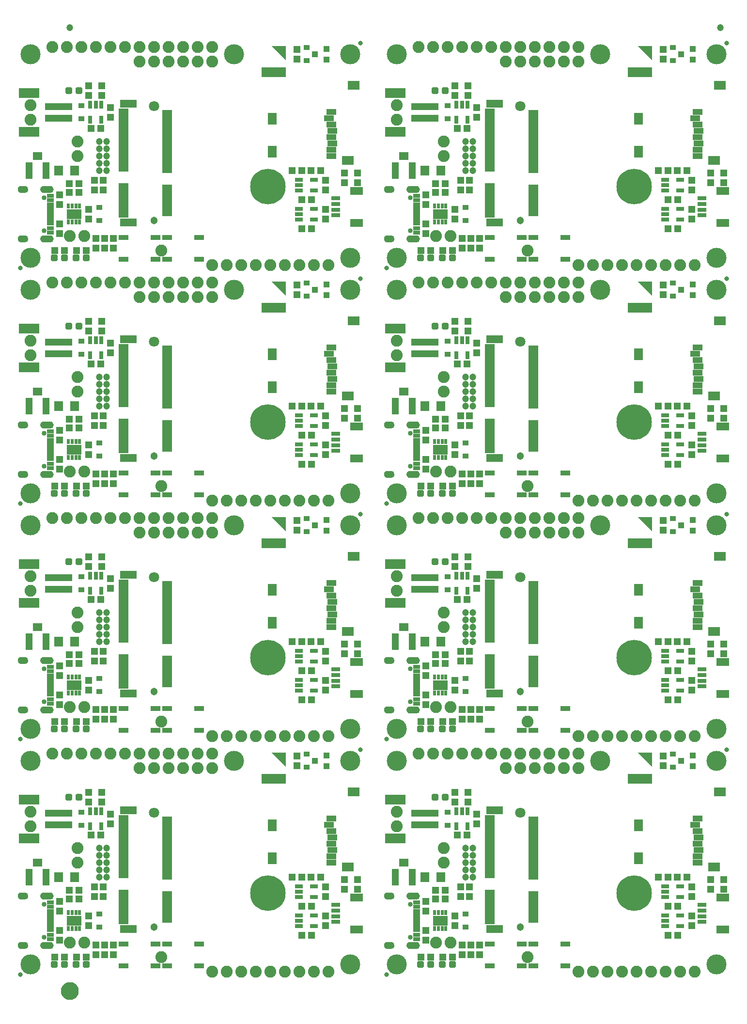
<source format=gts>
G04 EAGLE Gerber RS-274X export*
G75*
%MOMM*%
%FSLAX34Y34*%
%LPD*%
%INSoldermask Top*%
%IPPOS*%
%AMOC8*
5,1,8,0,0,1.08239X$1,22.5*%
G01*
%ADD10R,1.203200X0.503200*%
%ADD11R,1.203200X0.803200*%
%ADD12C,0.853200*%
%ADD13R,1.203200X1.303200*%
%ADD14R,0.503200X0.853200*%
%ADD15R,2.553200X1.803200*%
%ADD16R,1.303200X1.203200*%
%ADD17C,0.838200*%
%ADD18C,3.505200*%
%ADD19R,4.200000X1.700000*%
%ADD20R,1.033200X0.833200*%
%ADD21R,2.203200X1.403200*%
%ADD22R,1.553200X0.803200*%
%ADD23R,1.727200X0.965200*%
%ADD24R,0.838200X1.473200*%
%ADD25R,1.203200X3.003200*%
%ADD26R,1.603200X1.803200*%
%ADD27C,2.082800*%
%ADD28C,1.203200*%
%ADD29R,1.603200X2.003200*%
%ADD30R,2.103200X1.603200*%
%ADD31R,1.703200X1.003200*%
%ADD32C,6.203200*%
%ADD33R,0.753200X1.403200*%
%ADD34C,0.505344*%
%ADD35R,4.803200X1.203200*%
%ADD36R,3.603200X1.803200*%
%ADD37C,1.303200*%
%ADD38C,1.803200*%
%ADD39R,1.753200X0.503200*%
%ADD40R,2.953200X1.403200*%
%ADD41R,1.103200X1.003200*%
%ADD42R,1.403200X0.753200*%
%ADD43C,1.270000*%
%ADD44C,1.703200*%

G36*
X1111439Y1605304D02*
X1111439Y1605304D01*
X1111466Y1605306D01*
X1111501Y1605332D01*
X1111541Y1605350D01*
X1111556Y1605373D01*
X1111578Y1605389D01*
X1111594Y1605430D01*
X1111618Y1605467D01*
X1111625Y1605510D01*
X1111628Y1605519D01*
X1111627Y1605526D01*
X1111629Y1605540D01*
X1111629Y1629540D01*
X1111624Y1629556D01*
X1111627Y1629573D01*
X1111605Y1629623D01*
X1111590Y1629674D01*
X1111577Y1629685D01*
X1111570Y1629701D01*
X1111525Y1629731D01*
X1111485Y1629766D01*
X1111468Y1629769D01*
X1111454Y1629778D01*
X1111380Y1629789D01*
X1087380Y1629789D01*
X1087338Y1629777D01*
X1087294Y1629774D01*
X1087272Y1629758D01*
X1087246Y1629750D01*
X1087217Y1629717D01*
X1087182Y1629691D01*
X1087172Y1629665D01*
X1087154Y1629645D01*
X1087147Y1629601D01*
X1087132Y1629561D01*
X1087137Y1629534D01*
X1087133Y1629507D01*
X1087151Y1629466D01*
X1087160Y1629424D01*
X1087186Y1629388D01*
X1087190Y1629379D01*
X1087195Y1629375D01*
X1087204Y1629364D01*
X1111204Y1605364D01*
X1111242Y1605343D01*
X1111275Y1605314D01*
X1111302Y1605310D01*
X1111326Y1605297D01*
X1111370Y1605300D01*
X1111413Y1605293D01*
X1111439Y1605304D01*
G37*
G36*
X471359Y1605304D02*
X471359Y1605304D01*
X471386Y1605306D01*
X471421Y1605332D01*
X471461Y1605350D01*
X471476Y1605373D01*
X471498Y1605389D01*
X471514Y1605430D01*
X471538Y1605467D01*
X471545Y1605510D01*
X471548Y1605519D01*
X471547Y1605526D01*
X471549Y1605540D01*
X471549Y1629540D01*
X471544Y1629556D01*
X471547Y1629573D01*
X471525Y1629623D01*
X471510Y1629674D01*
X471497Y1629685D01*
X471490Y1629701D01*
X471445Y1629731D01*
X471405Y1629766D01*
X471388Y1629769D01*
X471374Y1629778D01*
X471300Y1629789D01*
X447300Y1629789D01*
X447258Y1629777D01*
X447214Y1629774D01*
X447192Y1629758D01*
X447166Y1629750D01*
X447137Y1629717D01*
X447102Y1629691D01*
X447092Y1629665D01*
X447074Y1629645D01*
X447067Y1629601D01*
X447052Y1629561D01*
X447057Y1629534D01*
X447053Y1629507D01*
X447071Y1629466D01*
X447080Y1629424D01*
X447106Y1629388D01*
X447110Y1629379D01*
X447115Y1629375D01*
X447124Y1629364D01*
X471124Y1605364D01*
X471162Y1605343D01*
X471195Y1605314D01*
X471222Y1605310D01*
X471246Y1605297D01*
X471290Y1605300D01*
X471333Y1605293D01*
X471359Y1605304D01*
G37*
G36*
X1111439Y370864D02*
X1111439Y370864D01*
X1111466Y370866D01*
X1111501Y370892D01*
X1111541Y370910D01*
X1111556Y370933D01*
X1111578Y370949D01*
X1111594Y370990D01*
X1111618Y371027D01*
X1111625Y371070D01*
X1111628Y371079D01*
X1111627Y371086D01*
X1111629Y371100D01*
X1111629Y395100D01*
X1111624Y395116D01*
X1111627Y395133D01*
X1111605Y395183D01*
X1111590Y395234D01*
X1111577Y395245D01*
X1111570Y395261D01*
X1111525Y395291D01*
X1111485Y395326D01*
X1111468Y395329D01*
X1111454Y395338D01*
X1111380Y395349D01*
X1087380Y395349D01*
X1087338Y395337D01*
X1087294Y395334D01*
X1087272Y395318D01*
X1087246Y395310D01*
X1087217Y395277D01*
X1087182Y395251D01*
X1087172Y395225D01*
X1087154Y395205D01*
X1087147Y395161D01*
X1087132Y395121D01*
X1087137Y395094D01*
X1087133Y395067D01*
X1087151Y395026D01*
X1087160Y394984D01*
X1087186Y394948D01*
X1087190Y394939D01*
X1087195Y394935D01*
X1087204Y394924D01*
X1111204Y370924D01*
X1111242Y370903D01*
X1111275Y370874D01*
X1111302Y370870D01*
X1111326Y370857D01*
X1111370Y370860D01*
X1111413Y370853D01*
X1111439Y370864D01*
G37*
G36*
X471359Y370864D02*
X471359Y370864D01*
X471386Y370866D01*
X471421Y370892D01*
X471461Y370910D01*
X471476Y370933D01*
X471498Y370949D01*
X471514Y370990D01*
X471538Y371027D01*
X471545Y371070D01*
X471548Y371079D01*
X471547Y371086D01*
X471549Y371100D01*
X471549Y395100D01*
X471544Y395116D01*
X471547Y395133D01*
X471525Y395183D01*
X471510Y395234D01*
X471497Y395245D01*
X471490Y395261D01*
X471445Y395291D01*
X471405Y395326D01*
X471388Y395329D01*
X471374Y395338D01*
X471300Y395349D01*
X447300Y395349D01*
X447258Y395337D01*
X447214Y395334D01*
X447192Y395318D01*
X447166Y395310D01*
X447137Y395277D01*
X447102Y395251D01*
X447092Y395225D01*
X447074Y395205D01*
X447067Y395161D01*
X447052Y395121D01*
X447057Y395094D01*
X447053Y395067D01*
X447071Y395026D01*
X447080Y394984D01*
X447106Y394948D01*
X447110Y394939D01*
X447115Y394935D01*
X447124Y394924D01*
X471124Y370924D01*
X471162Y370903D01*
X471195Y370874D01*
X471222Y370870D01*
X471246Y370857D01*
X471290Y370860D01*
X471333Y370853D01*
X471359Y370864D01*
G37*
G36*
X1111439Y1193824D02*
X1111439Y1193824D01*
X1111466Y1193826D01*
X1111501Y1193852D01*
X1111541Y1193870D01*
X1111556Y1193893D01*
X1111578Y1193909D01*
X1111594Y1193950D01*
X1111618Y1193987D01*
X1111625Y1194030D01*
X1111628Y1194039D01*
X1111627Y1194046D01*
X1111629Y1194060D01*
X1111629Y1218060D01*
X1111624Y1218076D01*
X1111627Y1218093D01*
X1111605Y1218143D01*
X1111590Y1218194D01*
X1111577Y1218205D01*
X1111570Y1218221D01*
X1111525Y1218251D01*
X1111485Y1218286D01*
X1111468Y1218289D01*
X1111454Y1218298D01*
X1111380Y1218309D01*
X1087380Y1218309D01*
X1087338Y1218297D01*
X1087294Y1218294D01*
X1087272Y1218278D01*
X1087246Y1218270D01*
X1087217Y1218237D01*
X1087182Y1218211D01*
X1087172Y1218185D01*
X1087154Y1218165D01*
X1087147Y1218121D01*
X1087132Y1218081D01*
X1087137Y1218054D01*
X1087133Y1218027D01*
X1087151Y1217986D01*
X1087160Y1217944D01*
X1087186Y1217908D01*
X1087190Y1217899D01*
X1087195Y1217895D01*
X1087204Y1217884D01*
X1111204Y1193884D01*
X1111242Y1193863D01*
X1111275Y1193834D01*
X1111302Y1193830D01*
X1111326Y1193817D01*
X1111370Y1193820D01*
X1111413Y1193813D01*
X1111439Y1193824D01*
G37*
G36*
X471359Y1193824D02*
X471359Y1193824D01*
X471386Y1193826D01*
X471421Y1193852D01*
X471461Y1193870D01*
X471476Y1193893D01*
X471498Y1193909D01*
X471514Y1193950D01*
X471538Y1193987D01*
X471545Y1194030D01*
X471548Y1194039D01*
X471547Y1194046D01*
X471549Y1194060D01*
X471549Y1218060D01*
X471544Y1218076D01*
X471547Y1218093D01*
X471525Y1218143D01*
X471510Y1218194D01*
X471497Y1218205D01*
X471490Y1218221D01*
X471445Y1218251D01*
X471405Y1218286D01*
X471388Y1218289D01*
X471374Y1218298D01*
X471300Y1218309D01*
X447300Y1218309D01*
X447258Y1218297D01*
X447214Y1218294D01*
X447192Y1218278D01*
X447166Y1218270D01*
X447137Y1218237D01*
X447102Y1218211D01*
X447092Y1218185D01*
X447074Y1218165D01*
X447067Y1218121D01*
X447052Y1218081D01*
X447057Y1218054D01*
X447053Y1218027D01*
X447071Y1217986D01*
X447080Y1217944D01*
X447106Y1217908D01*
X447110Y1217899D01*
X447115Y1217895D01*
X447124Y1217884D01*
X471124Y1193884D01*
X471162Y1193863D01*
X471195Y1193834D01*
X471222Y1193830D01*
X471246Y1193817D01*
X471290Y1193820D01*
X471333Y1193813D01*
X471359Y1193824D01*
G37*
G36*
X1111439Y782344D02*
X1111439Y782344D01*
X1111466Y782346D01*
X1111501Y782372D01*
X1111541Y782390D01*
X1111556Y782413D01*
X1111578Y782429D01*
X1111594Y782470D01*
X1111618Y782507D01*
X1111625Y782550D01*
X1111628Y782559D01*
X1111627Y782566D01*
X1111629Y782580D01*
X1111629Y806580D01*
X1111624Y806596D01*
X1111627Y806613D01*
X1111605Y806663D01*
X1111590Y806714D01*
X1111577Y806725D01*
X1111570Y806741D01*
X1111525Y806771D01*
X1111485Y806806D01*
X1111468Y806809D01*
X1111454Y806818D01*
X1111380Y806829D01*
X1087380Y806829D01*
X1087338Y806817D01*
X1087294Y806814D01*
X1087272Y806798D01*
X1087246Y806790D01*
X1087217Y806757D01*
X1087182Y806731D01*
X1087172Y806705D01*
X1087154Y806685D01*
X1087147Y806641D01*
X1087132Y806601D01*
X1087137Y806574D01*
X1087133Y806547D01*
X1087151Y806506D01*
X1087160Y806464D01*
X1087186Y806428D01*
X1087190Y806419D01*
X1087195Y806415D01*
X1087204Y806404D01*
X1111204Y782404D01*
X1111242Y782383D01*
X1111275Y782354D01*
X1111302Y782350D01*
X1111326Y782337D01*
X1111370Y782340D01*
X1111413Y782333D01*
X1111439Y782344D01*
G37*
G36*
X471359Y782344D02*
X471359Y782344D01*
X471386Y782346D01*
X471421Y782372D01*
X471461Y782390D01*
X471476Y782413D01*
X471498Y782429D01*
X471514Y782470D01*
X471538Y782507D01*
X471545Y782550D01*
X471548Y782559D01*
X471547Y782566D01*
X471549Y782580D01*
X471549Y806580D01*
X471544Y806596D01*
X471547Y806613D01*
X471525Y806663D01*
X471510Y806714D01*
X471497Y806725D01*
X471490Y806741D01*
X471445Y806771D01*
X471405Y806806D01*
X471388Y806809D01*
X471374Y806818D01*
X471300Y806829D01*
X447300Y806829D01*
X447258Y806817D01*
X447214Y806814D01*
X447192Y806798D01*
X447166Y806790D01*
X447137Y806757D01*
X447102Y806731D01*
X447092Y806705D01*
X447074Y806685D01*
X447067Y806641D01*
X447052Y806601D01*
X447057Y806574D01*
X447053Y806547D01*
X447071Y806506D01*
X447080Y806464D01*
X447106Y806428D01*
X447110Y806419D01*
X447115Y806415D01*
X447124Y806404D01*
X471124Y782404D01*
X471162Y782383D01*
X471195Y782354D01*
X471222Y782350D01*
X471246Y782337D01*
X471290Y782340D01*
X471333Y782333D01*
X471359Y782344D01*
G37*
G36*
X700384Y1373194D02*
X700384Y1373194D01*
X700387Y1373191D01*
X701509Y1373346D01*
X701514Y1373351D01*
X701518Y1373348D01*
X702589Y1373719D01*
X702593Y1373725D01*
X702598Y1373723D01*
X703575Y1374296D01*
X703578Y1374302D01*
X703583Y1374301D01*
X704430Y1375054D01*
X704432Y1375061D01*
X704437Y1375061D01*
X705121Y1375964D01*
X705121Y1375971D01*
X705126Y1375972D01*
X705621Y1376991D01*
X705619Y1376998D01*
X705624Y1377000D01*
X705911Y1378097D01*
X705909Y1378101D01*
X705911Y1378102D01*
X705909Y1378104D01*
X705912Y1378106D01*
X705979Y1379237D01*
X705977Y1379241D01*
X705979Y1379243D01*
X705912Y1380374D01*
X705907Y1380379D01*
X705911Y1380383D01*
X705624Y1381480D01*
X705618Y1381484D01*
X705621Y1381489D01*
X705126Y1382508D01*
X705120Y1382511D01*
X705121Y1382516D01*
X704437Y1383419D01*
X704430Y1383421D01*
X704430Y1383426D01*
X703583Y1384179D01*
X703576Y1384179D01*
X703575Y1384184D01*
X702598Y1384757D01*
X702591Y1384756D01*
X702589Y1384761D01*
X701518Y1385132D01*
X701512Y1385129D01*
X701509Y1385134D01*
X700387Y1385289D01*
X700382Y1385286D01*
X700380Y1385289D01*
X688380Y1385289D01*
X688375Y1385286D01*
X688372Y1385289D01*
X687105Y1385084D01*
X687099Y1385078D01*
X687095Y1385081D01*
X685905Y1384599D01*
X685901Y1384592D01*
X685895Y1384594D01*
X684842Y1383860D01*
X684840Y1383852D01*
X684834Y1383853D01*
X683971Y1382903D01*
X683970Y1382894D01*
X683965Y1382894D01*
X683335Y1381775D01*
X683336Y1381767D01*
X683330Y1381765D01*
X682965Y1380535D01*
X682968Y1380527D01*
X682963Y1380524D01*
X682881Y1379243D01*
X682884Y1379239D01*
X682881Y1379237D01*
X682963Y1377956D01*
X682969Y1377950D01*
X682965Y1377945D01*
X683330Y1376715D01*
X683337Y1376710D01*
X683335Y1376705D01*
X683965Y1375586D01*
X683972Y1375583D01*
X683971Y1375577D01*
X684834Y1374627D01*
X684842Y1374626D01*
X684842Y1374620D01*
X685895Y1373886D01*
X685903Y1373886D01*
X685905Y1373881D01*
X687095Y1373399D01*
X687102Y1373401D01*
X687105Y1373396D01*
X688372Y1373191D01*
X688377Y1373194D01*
X688380Y1373191D01*
X700380Y1373191D01*
X700384Y1373194D01*
G37*
G36*
X60304Y1373194D02*
X60304Y1373194D01*
X60307Y1373191D01*
X61429Y1373346D01*
X61434Y1373351D01*
X61438Y1373348D01*
X62509Y1373719D01*
X62513Y1373725D01*
X62518Y1373723D01*
X63495Y1374296D01*
X63498Y1374302D01*
X63503Y1374301D01*
X64350Y1375054D01*
X64352Y1375061D01*
X64357Y1375061D01*
X65041Y1375964D01*
X65041Y1375971D01*
X65046Y1375972D01*
X65541Y1376991D01*
X65539Y1376998D01*
X65544Y1377000D01*
X65831Y1378097D01*
X65829Y1378101D01*
X65831Y1378102D01*
X65829Y1378104D01*
X65832Y1378106D01*
X65899Y1379237D01*
X65897Y1379241D01*
X65899Y1379243D01*
X65832Y1380374D01*
X65827Y1380379D01*
X65831Y1380383D01*
X65544Y1381480D01*
X65538Y1381484D01*
X65541Y1381489D01*
X65046Y1382508D01*
X65040Y1382511D01*
X65041Y1382516D01*
X64357Y1383419D01*
X64350Y1383421D01*
X64350Y1383426D01*
X63503Y1384179D01*
X63496Y1384179D01*
X63495Y1384184D01*
X62518Y1384757D01*
X62511Y1384756D01*
X62509Y1384761D01*
X61438Y1385132D01*
X61432Y1385129D01*
X61429Y1385134D01*
X60307Y1385289D01*
X60302Y1385286D01*
X60300Y1385289D01*
X48300Y1385289D01*
X48295Y1385286D01*
X48292Y1385289D01*
X47025Y1385084D01*
X47019Y1385078D01*
X47015Y1385081D01*
X45825Y1384599D01*
X45821Y1384592D01*
X45815Y1384594D01*
X44762Y1383860D01*
X44760Y1383852D01*
X44754Y1383853D01*
X43891Y1382903D01*
X43890Y1382894D01*
X43885Y1382894D01*
X43255Y1381775D01*
X43256Y1381767D01*
X43250Y1381765D01*
X42885Y1380535D01*
X42888Y1380527D01*
X42883Y1380524D01*
X42801Y1379243D01*
X42804Y1379239D01*
X42801Y1379237D01*
X42883Y1377956D01*
X42889Y1377950D01*
X42885Y1377945D01*
X43250Y1376715D01*
X43257Y1376710D01*
X43255Y1376705D01*
X43885Y1375586D01*
X43892Y1375583D01*
X43891Y1375577D01*
X44754Y1374627D01*
X44762Y1374626D01*
X44762Y1374620D01*
X45815Y1373886D01*
X45823Y1373886D01*
X45825Y1373881D01*
X47015Y1373399D01*
X47022Y1373401D01*
X47025Y1373396D01*
X48292Y1373191D01*
X48297Y1373194D01*
X48300Y1373191D01*
X60300Y1373191D01*
X60304Y1373194D01*
G37*
G36*
X60304Y1286794D02*
X60304Y1286794D01*
X60307Y1286791D01*
X61429Y1286946D01*
X61434Y1286951D01*
X61438Y1286948D01*
X62509Y1287319D01*
X62513Y1287325D01*
X62518Y1287323D01*
X63495Y1287896D01*
X63498Y1287902D01*
X63503Y1287901D01*
X64350Y1288654D01*
X64352Y1288661D01*
X64357Y1288661D01*
X65041Y1289564D01*
X65041Y1289571D01*
X65046Y1289572D01*
X65541Y1290591D01*
X65539Y1290598D01*
X65544Y1290600D01*
X65831Y1291697D01*
X65829Y1291701D01*
X65831Y1291702D01*
X65829Y1291704D01*
X65832Y1291706D01*
X65899Y1292837D01*
X65897Y1292841D01*
X65899Y1292843D01*
X65832Y1293974D01*
X65827Y1293979D01*
X65831Y1293983D01*
X65544Y1295080D01*
X65538Y1295084D01*
X65541Y1295089D01*
X65046Y1296108D01*
X65040Y1296111D01*
X65041Y1296116D01*
X64357Y1297019D01*
X64350Y1297021D01*
X64350Y1297026D01*
X63503Y1297779D01*
X63496Y1297779D01*
X63495Y1297784D01*
X62518Y1298357D01*
X62511Y1298356D01*
X62509Y1298361D01*
X61438Y1298732D01*
X61432Y1298729D01*
X61429Y1298734D01*
X60307Y1298889D01*
X60302Y1298886D01*
X60300Y1298889D01*
X48300Y1298889D01*
X48295Y1298886D01*
X48292Y1298889D01*
X47025Y1298684D01*
X47019Y1298678D01*
X47015Y1298681D01*
X45825Y1298199D01*
X45821Y1298192D01*
X45815Y1298194D01*
X44762Y1297460D01*
X44760Y1297452D01*
X44754Y1297453D01*
X43891Y1296503D01*
X43890Y1296494D01*
X43885Y1296494D01*
X43255Y1295375D01*
X43256Y1295367D01*
X43250Y1295365D01*
X42885Y1294135D01*
X42888Y1294127D01*
X42883Y1294124D01*
X42801Y1292843D01*
X42804Y1292839D01*
X42801Y1292837D01*
X42883Y1291556D01*
X42889Y1291550D01*
X42885Y1291545D01*
X43250Y1290315D01*
X43257Y1290310D01*
X43255Y1290305D01*
X43885Y1289186D01*
X43892Y1289183D01*
X43891Y1289177D01*
X44754Y1288227D01*
X44762Y1288226D01*
X44762Y1288220D01*
X45815Y1287486D01*
X45823Y1287486D01*
X45825Y1287481D01*
X47015Y1286999D01*
X47022Y1287001D01*
X47025Y1286996D01*
X48292Y1286791D01*
X48297Y1286794D01*
X48300Y1286791D01*
X60300Y1286791D01*
X60304Y1286794D01*
G37*
G36*
X700384Y1286794D02*
X700384Y1286794D01*
X700387Y1286791D01*
X701509Y1286946D01*
X701514Y1286951D01*
X701518Y1286948D01*
X702589Y1287319D01*
X702593Y1287325D01*
X702598Y1287323D01*
X703575Y1287896D01*
X703578Y1287902D01*
X703583Y1287901D01*
X704430Y1288654D01*
X704432Y1288661D01*
X704437Y1288661D01*
X705121Y1289564D01*
X705121Y1289571D01*
X705126Y1289572D01*
X705621Y1290591D01*
X705619Y1290598D01*
X705624Y1290600D01*
X705911Y1291697D01*
X705909Y1291701D01*
X705911Y1291702D01*
X705909Y1291704D01*
X705912Y1291706D01*
X705979Y1292837D01*
X705977Y1292841D01*
X705979Y1292843D01*
X705912Y1293974D01*
X705907Y1293979D01*
X705911Y1293983D01*
X705624Y1295080D01*
X705618Y1295084D01*
X705621Y1295089D01*
X705126Y1296108D01*
X705120Y1296111D01*
X705121Y1296116D01*
X704437Y1297019D01*
X704430Y1297021D01*
X704430Y1297026D01*
X703583Y1297779D01*
X703576Y1297779D01*
X703575Y1297784D01*
X702598Y1298357D01*
X702591Y1298356D01*
X702589Y1298361D01*
X701518Y1298732D01*
X701512Y1298729D01*
X701509Y1298734D01*
X700387Y1298889D01*
X700382Y1298886D01*
X700380Y1298889D01*
X688380Y1298889D01*
X688375Y1298886D01*
X688372Y1298889D01*
X687105Y1298684D01*
X687099Y1298678D01*
X687095Y1298681D01*
X685905Y1298199D01*
X685901Y1298192D01*
X685895Y1298194D01*
X684842Y1297460D01*
X684840Y1297452D01*
X684834Y1297453D01*
X683971Y1296503D01*
X683970Y1296494D01*
X683965Y1296494D01*
X683335Y1295375D01*
X683336Y1295367D01*
X683330Y1295365D01*
X682965Y1294135D01*
X682968Y1294127D01*
X682963Y1294124D01*
X682881Y1292843D01*
X682884Y1292839D01*
X682881Y1292837D01*
X682963Y1291556D01*
X682969Y1291550D01*
X682965Y1291545D01*
X683330Y1290315D01*
X683337Y1290310D01*
X683335Y1290305D01*
X683965Y1289186D01*
X683972Y1289183D01*
X683971Y1289177D01*
X684834Y1288227D01*
X684842Y1288226D01*
X684842Y1288220D01*
X685895Y1287486D01*
X685903Y1287486D01*
X685905Y1287481D01*
X687095Y1286999D01*
X687102Y1287001D01*
X687105Y1286996D01*
X688372Y1286791D01*
X688377Y1286794D01*
X688380Y1286791D01*
X700380Y1286791D01*
X700384Y1286794D01*
G37*
G36*
X700384Y961714D02*
X700384Y961714D01*
X700387Y961711D01*
X701509Y961866D01*
X701514Y961871D01*
X701518Y961868D01*
X702589Y962239D01*
X702593Y962245D01*
X702598Y962243D01*
X703575Y962816D01*
X703578Y962822D01*
X703583Y962821D01*
X704430Y963574D01*
X704432Y963581D01*
X704437Y963581D01*
X705121Y964484D01*
X705121Y964491D01*
X705126Y964492D01*
X705621Y965511D01*
X705619Y965518D01*
X705624Y965520D01*
X705911Y966617D01*
X705909Y966621D01*
X705911Y966622D01*
X705909Y966624D01*
X705912Y966626D01*
X705979Y967757D01*
X705977Y967761D01*
X705979Y967763D01*
X705912Y968894D01*
X705907Y968899D01*
X705911Y968903D01*
X705624Y970000D01*
X705618Y970004D01*
X705621Y970009D01*
X705126Y971028D01*
X705120Y971031D01*
X705121Y971036D01*
X704437Y971939D01*
X704430Y971941D01*
X704430Y971946D01*
X703583Y972699D01*
X703576Y972699D01*
X703575Y972704D01*
X702598Y973277D01*
X702591Y973276D01*
X702589Y973281D01*
X701518Y973652D01*
X701512Y973649D01*
X701509Y973654D01*
X700387Y973809D01*
X700382Y973806D01*
X700380Y973809D01*
X688380Y973809D01*
X688375Y973806D01*
X688372Y973809D01*
X687105Y973604D01*
X687099Y973598D01*
X687095Y973601D01*
X685905Y973119D01*
X685901Y973112D01*
X685895Y973114D01*
X684842Y972380D01*
X684840Y972372D01*
X684834Y972373D01*
X683971Y971423D01*
X683970Y971414D01*
X683965Y971414D01*
X683335Y970295D01*
X683336Y970287D01*
X683330Y970285D01*
X682965Y969055D01*
X682968Y969047D01*
X682963Y969044D01*
X682881Y967763D01*
X682884Y967759D01*
X682881Y967757D01*
X682963Y966476D01*
X682969Y966470D01*
X682965Y966465D01*
X683330Y965235D01*
X683337Y965230D01*
X683335Y965225D01*
X683965Y964106D01*
X683972Y964103D01*
X683971Y964097D01*
X684834Y963147D01*
X684842Y963146D01*
X684842Y963140D01*
X685895Y962406D01*
X685903Y962406D01*
X685905Y962401D01*
X687095Y961919D01*
X687102Y961921D01*
X687105Y961916D01*
X688372Y961711D01*
X688377Y961714D01*
X688380Y961711D01*
X700380Y961711D01*
X700384Y961714D01*
G37*
G36*
X60304Y961714D02*
X60304Y961714D01*
X60307Y961711D01*
X61429Y961866D01*
X61434Y961871D01*
X61438Y961868D01*
X62509Y962239D01*
X62513Y962245D01*
X62518Y962243D01*
X63495Y962816D01*
X63498Y962822D01*
X63503Y962821D01*
X64350Y963574D01*
X64352Y963581D01*
X64357Y963581D01*
X65041Y964484D01*
X65041Y964491D01*
X65046Y964492D01*
X65541Y965511D01*
X65539Y965518D01*
X65544Y965520D01*
X65831Y966617D01*
X65829Y966621D01*
X65831Y966622D01*
X65829Y966624D01*
X65832Y966626D01*
X65899Y967757D01*
X65897Y967761D01*
X65899Y967763D01*
X65832Y968894D01*
X65827Y968899D01*
X65831Y968903D01*
X65544Y970000D01*
X65538Y970004D01*
X65541Y970009D01*
X65046Y971028D01*
X65040Y971031D01*
X65041Y971036D01*
X64357Y971939D01*
X64350Y971941D01*
X64350Y971946D01*
X63503Y972699D01*
X63496Y972699D01*
X63495Y972704D01*
X62518Y973277D01*
X62511Y973276D01*
X62509Y973281D01*
X61438Y973652D01*
X61432Y973649D01*
X61429Y973654D01*
X60307Y973809D01*
X60302Y973806D01*
X60300Y973809D01*
X48300Y973809D01*
X48295Y973806D01*
X48292Y973809D01*
X47025Y973604D01*
X47019Y973598D01*
X47015Y973601D01*
X45825Y973119D01*
X45821Y973112D01*
X45815Y973114D01*
X44762Y972380D01*
X44760Y972372D01*
X44754Y972373D01*
X43891Y971423D01*
X43890Y971414D01*
X43885Y971414D01*
X43255Y970295D01*
X43256Y970287D01*
X43250Y970285D01*
X42885Y969055D01*
X42888Y969047D01*
X42883Y969044D01*
X42801Y967763D01*
X42804Y967759D01*
X42801Y967757D01*
X42883Y966476D01*
X42889Y966470D01*
X42885Y966465D01*
X43250Y965235D01*
X43257Y965230D01*
X43255Y965225D01*
X43885Y964106D01*
X43892Y964103D01*
X43891Y964097D01*
X44754Y963147D01*
X44762Y963146D01*
X44762Y963140D01*
X45815Y962406D01*
X45823Y962406D01*
X45825Y962401D01*
X47015Y961919D01*
X47022Y961921D01*
X47025Y961916D01*
X48292Y961711D01*
X48297Y961714D01*
X48300Y961711D01*
X60300Y961711D01*
X60304Y961714D01*
G37*
G36*
X700384Y875314D02*
X700384Y875314D01*
X700387Y875311D01*
X701509Y875466D01*
X701514Y875471D01*
X701518Y875468D01*
X702589Y875839D01*
X702593Y875845D01*
X702598Y875843D01*
X703575Y876416D01*
X703578Y876422D01*
X703583Y876421D01*
X704430Y877174D01*
X704432Y877181D01*
X704437Y877181D01*
X705121Y878084D01*
X705121Y878091D01*
X705126Y878092D01*
X705621Y879111D01*
X705619Y879118D01*
X705624Y879120D01*
X705911Y880217D01*
X705909Y880221D01*
X705911Y880222D01*
X705909Y880224D01*
X705912Y880226D01*
X705979Y881357D01*
X705977Y881361D01*
X705979Y881363D01*
X705912Y882494D01*
X705907Y882499D01*
X705911Y882503D01*
X705624Y883600D01*
X705618Y883604D01*
X705621Y883609D01*
X705126Y884628D01*
X705120Y884631D01*
X705121Y884636D01*
X704437Y885539D01*
X704430Y885541D01*
X704430Y885546D01*
X703583Y886299D01*
X703576Y886299D01*
X703575Y886304D01*
X702598Y886877D01*
X702591Y886876D01*
X702589Y886881D01*
X701518Y887252D01*
X701512Y887249D01*
X701509Y887254D01*
X700387Y887409D01*
X700382Y887406D01*
X700380Y887409D01*
X688380Y887409D01*
X688375Y887406D01*
X688372Y887409D01*
X687105Y887204D01*
X687099Y887198D01*
X687095Y887201D01*
X685905Y886719D01*
X685901Y886712D01*
X685895Y886714D01*
X684842Y885980D01*
X684840Y885972D01*
X684834Y885973D01*
X683971Y885023D01*
X683970Y885014D01*
X683965Y885014D01*
X683335Y883895D01*
X683336Y883887D01*
X683330Y883885D01*
X682965Y882655D01*
X682968Y882647D01*
X682963Y882644D01*
X682881Y881363D01*
X682884Y881359D01*
X682881Y881357D01*
X682963Y880076D01*
X682969Y880070D01*
X682965Y880065D01*
X683330Y878835D01*
X683337Y878830D01*
X683335Y878825D01*
X683965Y877706D01*
X683972Y877703D01*
X683971Y877697D01*
X684834Y876747D01*
X684842Y876746D01*
X684842Y876740D01*
X685895Y876006D01*
X685903Y876006D01*
X685905Y876001D01*
X687095Y875519D01*
X687102Y875521D01*
X687105Y875516D01*
X688372Y875311D01*
X688377Y875314D01*
X688380Y875311D01*
X700380Y875311D01*
X700384Y875314D01*
G37*
G36*
X60304Y875314D02*
X60304Y875314D01*
X60307Y875311D01*
X61429Y875466D01*
X61434Y875471D01*
X61438Y875468D01*
X62509Y875839D01*
X62513Y875845D01*
X62518Y875843D01*
X63495Y876416D01*
X63498Y876422D01*
X63503Y876421D01*
X64350Y877174D01*
X64352Y877181D01*
X64357Y877181D01*
X65041Y878084D01*
X65041Y878091D01*
X65046Y878092D01*
X65541Y879111D01*
X65539Y879118D01*
X65544Y879120D01*
X65831Y880217D01*
X65829Y880221D01*
X65831Y880222D01*
X65829Y880224D01*
X65832Y880226D01*
X65899Y881357D01*
X65897Y881361D01*
X65899Y881363D01*
X65832Y882494D01*
X65827Y882499D01*
X65831Y882503D01*
X65544Y883600D01*
X65538Y883604D01*
X65541Y883609D01*
X65046Y884628D01*
X65040Y884631D01*
X65041Y884636D01*
X64357Y885539D01*
X64350Y885541D01*
X64350Y885546D01*
X63503Y886299D01*
X63496Y886299D01*
X63495Y886304D01*
X62518Y886877D01*
X62511Y886876D01*
X62509Y886881D01*
X61438Y887252D01*
X61432Y887249D01*
X61429Y887254D01*
X60307Y887409D01*
X60302Y887406D01*
X60300Y887409D01*
X48300Y887409D01*
X48295Y887406D01*
X48292Y887409D01*
X47025Y887204D01*
X47019Y887198D01*
X47015Y887201D01*
X45825Y886719D01*
X45821Y886712D01*
X45815Y886714D01*
X44762Y885980D01*
X44760Y885972D01*
X44754Y885973D01*
X43891Y885023D01*
X43890Y885014D01*
X43885Y885014D01*
X43255Y883895D01*
X43256Y883887D01*
X43250Y883885D01*
X42885Y882655D01*
X42888Y882647D01*
X42883Y882644D01*
X42801Y881363D01*
X42804Y881359D01*
X42801Y881357D01*
X42883Y880076D01*
X42889Y880070D01*
X42885Y880065D01*
X43250Y878835D01*
X43257Y878830D01*
X43255Y878825D01*
X43885Y877706D01*
X43892Y877703D01*
X43891Y877697D01*
X44754Y876747D01*
X44762Y876746D01*
X44762Y876740D01*
X45815Y876006D01*
X45823Y876006D01*
X45825Y876001D01*
X47015Y875519D01*
X47022Y875521D01*
X47025Y875516D01*
X48292Y875311D01*
X48297Y875314D01*
X48300Y875311D01*
X60300Y875311D01*
X60304Y875314D01*
G37*
G36*
X700384Y550234D02*
X700384Y550234D01*
X700387Y550231D01*
X701509Y550386D01*
X701514Y550391D01*
X701518Y550388D01*
X702589Y550759D01*
X702593Y550765D01*
X702598Y550763D01*
X703575Y551336D01*
X703578Y551342D01*
X703583Y551341D01*
X704430Y552094D01*
X704432Y552101D01*
X704437Y552101D01*
X705121Y553004D01*
X705121Y553011D01*
X705126Y553012D01*
X705621Y554031D01*
X705619Y554038D01*
X705624Y554040D01*
X705911Y555137D01*
X705909Y555141D01*
X705911Y555142D01*
X705909Y555144D01*
X705912Y555146D01*
X705979Y556277D01*
X705977Y556281D01*
X705979Y556283D01*
X705912Y557414D01*
X705907Y557419D01*
X705911Y557423D01*
X705624Y558520D01*
X705618Y558524D01*
X705621Y558529D01*
X705126Y559548D01*
X705120Y559551D01*
X705121Y559556D01*
X704437Y560459D01*
X704430Y560461D01*
X704430Y560466D01*
X703583Y561219D01*
X703576Y561219D01*
X703575Y561224D01*
X702598Y561797D01*
X702591Y561796D01*
X702589Y561801D01*
X701518Y562172D01*
X701512Y562169D01*
X701509Y562174D01*
X700387Y562329D01*
X700382Y562326D01*
X700380Y562329D01*
X688380Y562329D01*
X688375Y562326D01*
X688372Y562329D01*
X687105Y562124D01*
X687099Y562118D01*
X687095Y562121D01*
X685905Y561639D01*
X685901Y561632D01*
X685895Y561634D01*
X684842Y560900D01*
X684840Y560892D01*
X684834Y560893D01*
X683971Y559943D01*
X683970Y559934D01*
X683965Y559934D01*
X683335Y558815D01*
X683336Y558807D01*
X683330Y558805D01*
X682965Y557575D01*
X682968Y557567D01*
X682963Y557564D01*
X682881Y556283D01*
X682884Y556279D01*
X682881Y556277D01*
X682963Y554996D01*
X682969Y554990D01*
X682965Y554985D01*
X683330Y553755D01*
X683337Y553750D01*
X683335Y553745D01*
X683965Y552626D01*
X683972Y552623D01*
X683971Y552617D01*
X684834Y551667D01*
X684842Y551666D01*
X684842Y551660D01*
X685895Y550926D01*
X685903Y550926D01*
X685905Y550921D01*
X687095Y550439D01*
X687102Y550441D01*
X687105Y550436D01*
X688372Y550231D01*
X688377Y550234D01*
X688380Y550231D01*
X700380Y550231D01*
X700384Y550234D01*
G37*
G36*
X700384Y463834D02*
X700384Y463834D01*
X700387Y463831D01*
X701509Y463986D01*
X701514Y463991D01*
X701518Y463988D01*
X702589Y464359D01*
X702593Y464365D01*
X702598Y464363D01*
X703575Y464936D01*
X703578Y464942D01*
X703583Y464941D01*
X704430Y465694D01*
X704432Y465701D01*
X704437Y465701D01*
X705121Y466604D01*
X705121Y466611D01*
X705126Y466612D01*
X705621Y467631D01*
X705619Y467638D01*
X705624Y467640D01*
X705911Y468737D01*
X705909Y468741D01*
X705911Y468742D01*
X705909Y468744D01*
X705912Y468746D01*
X705979Y469877D01*
X705977Y469881D01*
X705979Y469883D01*
X705912Y471014D01*
X705907Y471019D01*
X705911Y471023D01*
X705624Y472120D01*
X705618Y472124D01*
X705621Y472129D01*
X705126Y473148D01*
X705120Y473151D01*
X705121Y473156D01*
X704437Y474059D01*
X704430Y474061D01*
X704430Y474066D01*
X703583Y474819D01*
X703576Y474819D01*
X703575Y474824D01*
X702598Y475397D01*
X702591Y475396D01*
X702589Y475401D01*
X701518Y475772D01*
X701512Y475769D01*
X701509Y475774D01*
X700387Y475929D01*
X700382Y475926D01*
X700380Y475929D01*
X688380Y475929D01*
X688375Y475926D01*
X688372Y475929D01*
X687105Y475724D01*
X687099Y475718D01*
X687095Y475721D01*
X685905Y475239D01*
X685901Y475232D01*
X685895Y475234D01*
X684842Y474500D01*
X684840Y474492D01*
X684834Y474493D01*
X683971Y473543D01*
X683970Y473534D01*
X683965Y473534D01*
X683335Y472415D01*
X683336Y472407D01*
X683330Y472405D01*
X682965Y471175D01*
X682968Y471167D01*
X682963Y471164D01*
X682881Y469883D01*
X682884Y469879D01*
X682881Y469877D01*
X682963Y468596D01*
X682969Y468590D01*
X682965Y468585D01*
X683330Y467355D01*
X683337Y467350D01*
X683335Y467345D01*
X683965Y466226D01*
X683972Y466223D01*
X683971Y466217D01*
X684834Y465267D01*
X684842Y465266D01*
X684842Y465260D01*
X685895Y464526D01*
X685903Y464526D01*
X685905Y464521D01*
X687095Y464039D01*
X687102Y464041D01*
X687105Y464036D01*
X688372Y463831D01*
X688377Y463834D01*
X688380Y463831D01*
X700380Y463831D01*
X700384Y463834D01*
G37*
G36*
X60304Y463834D02*
X60304Y463834D01*
X60307Y463831D01*
X61429Y463986D01*
X61434Y463991D01*
X61438Y463988D01*
X62509Y464359D01*
X62513Y464365D01*
X62518Y464363D01*
X63495Y464936D01*
X63498Y464942D01*
X63503Y464941D01*
X64350Y465694D01*
X64352Y465701D01*
X64357Y465701D01*
X65041Y466604D01*
X65041Y466611D01*
X65046Y466612D01*
X65541Y467631D01*
X65539Y467638D01*
X65544Y467640D01*
X65831Y468737D01*
X65829Y468741D01*
X65831Y468742D01*
X65829Y468744D01*
X65832Y468746D01*
X65899Y469877D01*
X65897Y469881D01*
X65899Y469883D01*
X65832Y471014D01*
X65827Y471019D01*
X65831Y471023D01*
X65544Y472120D01*
X65538Y472124D01*
X65541Y472129D01*
X65046Y473148D01*
X65040Y473151D01*
X65041Y473156D01*
X64357Y474059D01*
X64350Y474061D01*
X64350Y474066D01*
X63503Y474819D01*
X63496Y474819D01*
X63495Y474824D01*
X62518Y475397D01*
X62511Y475396D01*
X62509Y475401D01*
X61438Y475772D01*
X61432Y475769D01*
X61429Y475774D01*
X60307Y475929D01*
X60302Y475926D01*
X60300Y475929D01*
X48300Y475929D01*
X48295Y475926D01*
X48292Y475929D01*
X47025Y475724D01*
X47019Y475718D01*
X47015Y475721D01*
X45825Y475239D01*
X45821Y475232D01*
X45815Y475234D01*
X44762Y474500D01*
X44760Y474492D01*
X44754Y474493D01*
X43891Y473543D01*
X43890Y473534D01*
X43885Y473534D01*
X43255Y472415D01*
X43256Y472407D01*
X43250Y472405D01*
X42885Y471175D01*
X42888Y471167D01*
X42883Y471164D01*
X42801Y469883D01*
X42804Y469879D01*
X42801Y469877D01*
X42883Y468596D01*
X42889Y468590D01*
X42885Y468585D01*
X43250Y467355D01*
X43257Y467350D01*
X43255Y467345D01*
X43885Y466226D01*
X43892Y466223D01*
X43891Y466217D01*
X44754Y465267D01*
X44762Y465266D01*
X44762Y465260D01*
X45815Y464526D01*
X45823Y464526D01*
X45825Y464521D01*
X47015Y464039D01*
X47022Y464041D01*
X47025Y464036D01*
X48292Y463831D01*
X48297Y463834D01*
X48300Y463831D01*
X60300Y463831D01*
X60304Y463834D01*
G37*
G36*
X60304Y550234D02*
X60304Y550234D01*
X60307Y550231D01*
X61429Y550386D01*
X61434Y550391D01*
X61438Y550388D01*
X62509Y550759D01*
X62513Y550765D01*
X62518Y550763D01*
X63495Y551336D01*
X63498Y551342D01*
X63503Y551341D01*
X64350Y552094D01*
X64352Y552101D01*
X64357Y552101D01*
X65041Y553004D01*
X65041Y553011D01*
X65046Y553012D01*
X65541Y554031D01*
X65539Y554038D01*
X65544Y554040D01*
X65831Y555137D01*
X65829Y555141D01*
X65831Y555142D01*
X65829Y555144D01*
X65832Y555146D01*
X65899Y556277D01*
X65897Y556281D01*
X65899Y556283D01*
X65832Y557414D01*
X65827Y557419D01*
X65831Y557423D01*
X65544Y558520D01*
X65538Y558524D01*
X65541Y558529D01*
X65046Y559548D01*
X65040Y559551D01*
X65041Y559556D01*
X64357Y560459D01*
X64350Y560461D01*
X64350Y560466D01*
X63503Y561219D01*
X63496Y561219D01*
X63495Y561224D01*
X62518Y561797D01*
X62511Y561796D01*
X62509Y561801D01*
X61438Y562172D01*
X61432Y562169D01*
X61429Y562174D01*
X60307Y562329D01*
X60302Y562326D01*
X60300Y562329D01*
X48300Y562329D01*
X48295Y562326D01*
X48292Y562329D01*
X47025Y562124D01*
X47019Y562118D01*
X47015Y562121D01*
X45825Y561639D01*
X45821Y561632D01*
X45815Y561634D01*
X44762Y560900D01*
X44760Y560892D01*
X44754Y560893D01*
X43891Y559943D01*
X43890Y559934D01*
X43885Y559934D01*
X43255Y558815D01*
X43256Y558807D01*
X43250Y558805D01*
X42885Y557575D01*
X42888Y557567D01*
X42883Y557564D01*
X42801Y556283D01*
X42804Y556279D01*
X42801Y556277D01*
X42883Y554996D01*
X42889Y554990D01*
X42885Y554985D01*
X43250Y553755D01*
X43257Y553750D01*
X43255Y553745D01*
X43885Y552626D01*
X43892Y552623D01*
X43891Y552617D01*
X44754Y551667D01*
X44762Y551666D01*
X44762Y551660D01*
X45815Y550926D01*
X45823Y550926D01*
X45825Y550921D01*
X47015Y550439D01*
X47022Y550441D01*
X47025Y550436D01*
X48292Y550231D01*
X48297Y550234D01*
X48300Y550231D01*
X60300Y550231D01*
X60304Y550234D01*
G37*
G36*
X60304Y138754D02*
X60304Y138754D01*
X60307Y138751D01*
X61429Y138906D01*
X61434Y138911D01*
X61438Y138908D01*
X62509Y139279D01*
X62513Y139285D01*
X62518Y139283D01*
X63495Y139856D01*
X63498Y139862D01*
X63503Y139861D01*
X64350Y140614D01*
X64352Y140621D01*
X64357Y140621D01*
X65041Y141524D01*
X65041Y141531D01*
X65046Y141532D01*
X65541Y142551D01*
X65539Y142558D01*
X65544Y142560D01*
X65831Y143657D01*
X65829Y143661D01*
X65831Y143662D01*
X65829Y143664D01*
X65832Y143666D01*
X65899Y144797D01*
X65897Y144801D01*
X65899Y144803D01*
X65832Y145934D01*
X65827Y145939D01*
X65831Y145943D01*
X65544Y147040D01*
X65538Y147044D01*
X65541Y147049D01*
X65046Y148068D01*
X65040Y148071D01*
X65041Y148076D01*
X64357Y148979D01*
X64350Y148981D01*
X64350Y148986D01*
X63503Y149739D01*
X63496Y149739D01*
X63495Y149744D01*
X62518Y150317D01*
X62511Y150316D01*
X62509Y150321D01*
X61438Y150692D01*
X61432Y150689D01*
X61429Y150694D01*
X60307Y150849D01*
X60302Y150846D01*
X60300Y150849D01*
X48300Y150849D01*
X48295Y150846D01*
X48292Y150849D01*
X47025Y150644D01*
X47019Y150638D01*
X47015Y150641D01*
X45825Y150159D01*
X45821Y150152D01*
X45815Y150154D01*
X44762Y149420D01*
X44760Y149412D01*
X44754Y149413D01*
X43891Y148463D01*
X43890Y148454D01*
X43885Y148454D01*
X43255Y147335D01*
X43256Y147327D01*
X43250Y147325D01*
X42885Y146095D01*
X42888Y146087D01*
X42883Y146084D01*
X42801Y144803D01*
X42804Y144799D01*
X42801Y144797D01*
X42883Y143516D01*
X42889Y143510D01*
X42885Y143505D01*
X43250Y142275D01*
X43257Y142270D01*
X43255Y142265D01*
X43885Y141146D01*
X43892Y141143D01*
X43891Y141137D01*
X44754Y140187D01*
X44762Y140186D01*
X44762Y140180D01*
X45815Y139446D01*
X45823Y139446D01*
X45825Y139441D01*
X47015Y138959D01*
X47022Y138961D01*
X47025Y138956D01*
X48292Y138751D01*
X48297Y138754D01*
X48300Y138751D01*
X60300Y138751D01*
X60304Y138754D01*
G37*
G36*
X700384Y138754D02*
X700384Y138754D01*
X700387Y138751D01*
X701509Y138906D01*
X701514Y138911D01*
X701518Y138908D01*
X702589Y139279D01*
X702593Y139285D01*
X702598Y139283D01*
X703575Y139856D01*
X703578Y139862D01*
X703583Y139861D01*
X704430Y140614D01*
X704432Y140621D01*
X704437Y140621D01*
X705121Y141524D01*
X705121Y141531D01*
X705126Y141532D01*
X705621Y142551D01*
X705619Y142558D01*
X705624Y142560D01*
X705911Y143657D01*
X705909Y143661D01*
X705911Y143662D01*
X705909Y143664D01*
X705912Y143666D01*
X705979Y144797D01*
X705977Y144801D01*
X705979Y144803D01*
X705912Y145934D01*
X705907Y145939D01*
X705911Y145943D01*
X705624Y147040D01*
X705618Y147044D01*
X705621Y147049D01*
X705126Y148068D01*
X705120Y148071D01*
X705121Y148076D01*
X704437Y148979D01*
X704430Y148981D01*
X704430Y148986D01*
X703583Y149739D01*
X703576Y149739D01*
X703575Y149744D01*
X702598Y150317D01*
X702591Y150316D01*
X702589Y150321D01*
X701518Y150692D01*
X701512Y150689D01*
X701509Y150694D01*
X700387Y150849D01*
X700382Y150846D01*
X700380Y150849D01*
X688380Y150849D01*
X688375Y150846D01*
X688372Y150849D01*
X687105Y150644D01*
X687099Y150638D01*
X687095Y150641D01*
X685905Y150159D01*
X685901Y150152D01*
X685895Y150154D01*
X684842Y149420D01*
X684840Y149412D01*
X684834Y149413D01*
X683971Y148463D01*
X683970Y148454D01*
X683965Y148454D01*
X683335Y147335D01*
X683336Y147327D01*
X683330Y147325D01*
X682965Y146095D01*
X682968Y146087D01*
X682963Y146084D01*
X682881Y144803D01*
X682884Y144799D01*
X682881Y144797D01*
X682963Y143516D01*
X682969Y143510D01*
X682965Y143505D01*
X683330Y142275D01*
X683337Y142270D01*
X683335Y142265D01*
X683965Y141146D01*
X683972Y141143D01*
X683971Y141137D01*
X684834Y140187D01*
X684842Y140186D01*
X684842Y140180D01*
X685895Y139446D01*
X685903Y139446D01*
X685905Y139441D01*
X687095Y138959D01*
X687102Y138961D01*
X687105Y138956D01*
X688372Y138751D01*
X688377Y138754D01*
X688380Y138751D01*
X700380Y138751D01*
X700384Y138754D01*
G37*
G36*
X60304Y52354D02*
X60304Y52354D01*
X60307Y52351D01*
X61429Y52506D01*
X61434Y52511D01*
X61438Y52508D01*
X62509Y52879D01*
X62513Y52885D01*
X62518Y52883D01*
X63495Y53456D01*
X63498Y53462D01*
X63503Y53461D01*
X64350Y54214D01*
X64352Y54221D01*
X64357Y54221D01*
X65041Y55124D01*
X65041Y55131D01*
X65046Y55132D01*
X65541Y56151D01*
X65539Y56158D01*
X65544Y56160D01*
X65831Y57257D01*
X65829Y57261D01*
X65831Y57262D01*
X65829Y57264D01*
X65832Y57266D01*
X65899Y58397D01*
X65897Y58401D01*
X65899Y58403D01*
X65832Y59534D01*
X65827Y59539D01*
X65831Y59543D01*
X65544Y60640D01*
X65538Y60644D01*
X65541Y60649D01*
X65046Y61668D01*
X65040Y61671D01*
X65041Y61676D01*
X64357Y62579D01*
X64350Y62581D01*
X64350Y62586D01*
X63503Y63339D01*
X63496Y63339D01*
X63495Y63344D01*
X62518Y63917D01*
X62511Y63916D01*
X62509Y63921D01*
X61438Y64292D01*
X61432Y64289D01*
X61429Y64294D01*
X60307Y64449D01*
X60302Y64446D01*
X60300Y64449D01*
X48300Y64449D01*
X48295Y64446D01*
X48292Y64449D01*
X47025Y64244D01*
X47019Y64238D01*
X47015Y64241D01*
X45825Y63759D01*
X45821Y63752D01*
X45815Y63754D01*
X44762Y63020D01*
X44760Y63012D01*
X44754Y63013D01*
X43891Y62063D01*
X43890Y62054D01*
X43885Y62054D01*
X43255Y60935D01*
X43256Y60927D01*
X43250Y60925D01*
X42885Y59695D01*
X42888Y59687D01*
X42883Y59684D01*
X42801Y58403D01*
X42804Y58399D01*
X42801Y58397D01*
X42883Y57116D01*
X42889Y57110D01*
X42885Y57105D01*
X43250Y55875D01*
X43257Y55870D01*
X43255Y55865D01*
X43885Y54746D01*
X43892Y54743D01*
X43891Y54737D01*
X44754Y53787D01*
X44762Y53786D01*
X44762Y53780D01*
X45815Y53046D01*
X45823Y53046D01*
X45825Y53041D01*
X47015Y52559D01*
X47022Y52561D01*
X47025Y52556D01*
X48292Y52351D01*
X48297Y52354D01*
X48300Y52351D01*
X60300Y52351D01*
X60304Y52354D01*
G37*
G36*
X700384Y52354D02*
X700384Y52354D01*
X700387Y52351D01*
X701509Y52506D01*
X701514Y52511D01*
X701518Y52508D01*
X702589Y52879D01*
X702593Y52885D01*
X702598Y52883D01*
X703575Y53456D01*
X703578Y53462D01*
X703583Y53461D01*
X704430Y54214D01*
X704432Y54221D01*
X704437Y54221D01*
X705121Y55124D01*
X705121Y55131D01*
X705126Y55132D01*
X705621Y56151D01*
X705619Y56158D01*
X705624Y56160D01*
X705911Y57257D01*
X705909Y57261D01*
X705911Y57262D01*
X705909Y57264D01*
X705912Y57266D01*
X705979Y58397D01*
X705977Y58401D01*
X705979Y58403D01*
X705912Y59534D01*
X705907Y59539D01*
X705911Y59543D01*
X705624Y60640D01*
X705618Y60644D01*
X705621Y60649D01*
X705126Y61668D01*
X705120Y61671D01*
X705121Y61676D01*
X704437Y62579D01*
X704430Y62581D01*
X704430Y62586D01*
X703583Y63339D01*
X703576Y63339D01*
X703575Y63344D01*
X702598Y63917D01*
X702591Y63916D01*
X702589Y63921D01*
X701518Y64292D01*
X701512Y64289D01*
X701509Y64294D01*
X700387Y64449D01*
X700382Y64446D01*
X700380Y64449D01*
X688380Y64449D01*
X688375Y64446D01*
X688372Y64449D01*
X687105Y64244D01*
X687099Y64238D01*
X687095Y64241D01*
X685905Y63759D01*
X685901Y63752D01*
X685895Y63754D01*
X684842Y63020D01*
X684840Y63012D01*
X684834Y63013D01*
X683971Y62063D01*
X683970Y62054D01*
X683965Y62054D01*
X683335Y60935D01*
X683336Y60927D01*
X683330Y60925D01*
X682965Y59695D01*
X682968Y59687D01*
X682963Y59684D01*
X682881Y58403D01*
X682884Y58399D01*
X682881Y58397D01*
X682963Y57116D01*
X682969Y57110D01*
X682965Y57105D01*
X683330Y55875D01*
X683337Y55870D01*
X683335Y55865D01*
X683965Y54746D01*
X683972Y54743D01*
X683971Y54737D01*
X684834Y53787D01*
X684842Y53786D01*
X684842Y53780D01*
X685895Y53046D01*
X685903Y53046D01*
X685905Y53041D01*
X687095Y52559D01*
X687102Y52561D01*
X687105Y52556D01*
X688372Y52351D01*
X688377Y52354D01*
X688380Y52351D01*
X700380Y52351D01*
X700384Y52354D01*
G37*
G36*
X655583Y1373193D02*
X655583Y1373193D01*
X655585Y1373191D01*
X656761Y1373302D01*
X656766Y1373307D01*
X656770Y1373304D01*
X657902Y1373642D01*
X657906Y1373648D01*
X657911Y1373646D01*
X658955Y1374198D01*
X658958Y1374205D01*
X658963Y1374203D01*
X659879Y1374949D01*
X659880Y1374956D01*
X659886Y1374956D01*
X660639Y1375866D01*
X660639Y1375873D01*
X660644Y1375874D01*
X661205Y1376913D01*
X661204Y1376918D01*
X661208Y1376920D01*
X661207Y1376921D01*
X661209Y1376922D01*
X661556Y1378051D01*
X661556Y1378052D01*
X661557Y1378053D01*
X661554Y1378057D01*
X661558Y1378060D01*
X661679Y1379235D01*
X661675Y1379242D01*
X661679Y1379246D01*
X661522Y1380586D01*
X661517Y1380592D01*
X661520Y1380597D01*
X661069Y1381868D01*
X661062Y1381873D01*
X661064Y1381878D01*
X660342Y1383017D01*
X660334Y1383020D01*
X660335Y1383026D01*
X659377Y1383976D01*
X659369Y1383977D01*
X659368Y1383983D01*
X658223Y1384696D01*
X658215Y1384695D01*
X658213Y1384701D01*
X656937Y1385141D01*
X656930Y1385139D01*
X656927Y1385143D01*
X655585Y1385289D01*
X655582Y1385287D01*
X655580Y1385289D01*
X649580Y1385289D01*
X649577Y1385287D01*
X649574Y1385289D01*
X648245Y1385134D01*
X648239Y1385128D01*
X648235Y1385131D01*
X646974Y1384684D01*
X646969Y1384677D01*
X646964Y1384679D01*
X645834Y1383962D01*
X645831Y1383955D01*
X645825Y1383956D01*
X644883Y1383006D01*
X644882Y1382997D01*
X644876Y1382997D01*
X644169Y1381861D01*
X644170Y1381853D01*
X644164Y1381851D01*
X643728Y1380586D01*
X643730Y1380578D01*
X643725Y1380576D01*
X643581Y1379245D01*
X643585Y1379239D01*
X643581Y1379235D01*
X643691Y1378069D01*
X643696Y1378064D01*
X643693Y1378060D01*
X644028Y1376937D01*
X644034Y1376933D01*
X644032Y1376929D01*
X644580Y1375893D01*
X644586Y1375890D01*
X644585Y1375885D01*
X645324Y1374977D01*
X645331Y1374975D01*
X645331Y1374970D01*
X646233Y1374223D01*
X646241Y1374223D01*
X646241Y1374218D01*
X647272Y1373661D01*
X647279Y1373662D01*
X647281Y1373657D01*
X648400Y1373313D01*
X648407Y1373315D01*
X648410Y1373311D01*
X649575Y1373191D01*
X649578Y1373193D01*
X649580Y1373191D01*
X655580Y1373191D01*
X655583Y1373193D01*
G37*
G36*
X15503Y1373193D02*
X15503Y1373193D01*
X15505Y1373191D01*
X16681Y1373302D01*
X16686Y1373307D01*
X16690Y1373304D01*
X17822Y1373642D01*
X17826Y1373648D01*
X17831Y1373646D01*
X18875Y1374198D01*
X18878Y1374205D01*
X18883Y1374203D01*
X19799Y1374949D01*
X19800Y1374956D01*
X19806Y1374956D01*
X20559Y1375866D01*
X20559Y1375873D01*
X20564Y1375874D01*
X21125Y1376913D01*
X21124Y1376918D01*
X21128Y1376920D01*
X21127Y1376921D01*
X21129Y1376922D01*
X21476Y1378051D01*
X21476Y1378052D01*
X21477Y1378053D01*
X21474Y1378057D01*
X21478Y1378060D01*
X21599Y1379235D01*
X21595Y1379242D01*
X21599Y1379246D01*
X21442Y1380586D01*
X21437Y1380592D01*
X21440Y1380597D01*
X20989Y1381868D01*
X20982Y1381873D01*
X20984Y1381878D01*
X20262Y1383017D01*
X20254Y1383020D01*
X20255Y1383026D01*
X19297Y1383976D01*
X19289Y1383977D01*
X19288Y1383983D01*
X18143Y1384696D01*
X18135Y1384695D01*
X18133Y1384701D01*
X16857Y1385141D01*
X16850Y1385139D01*
X16847Y1385143D01*
X15505Y1385289D01*
X15502Y1385287D01*
X15500Y1385289D01*
X9500Y1385289D01*
X9497Y1385287D01*
X9494Y1385289D01*
X8165Y1385134D01*
X8159Y1385128D01*
X8155Y1385131D01*
X6894Y1384684D01*
X6889Y1384677D01*
X6884Y1384679D01*
X5754Y1383962D01*
X5751Y1383955D01*
X5745Y1383956D01*
X4803Y1383006D01*
X4802Y1382997D01*
X4796Y1382997D01*
X4089Y1381861D01*
X4090Y1381853D01*
X4084Y1381851D01*
X3648Y1380586D01*
X3650Y1380578D01*
X3645Y1380576D01*
X3501Y1379245D01*
X3505Y1379239D01*
X3501Y1379235D01*
X3611Y1378069D01*
X3616Y1378064D01*
X3613Y1378060D01*
X3948Y1376937D01*
X3954Y1376933D01*
X3952Y1376929D01*
X4500Y1375893D01*
X4506Y1375890D01*
X4505Y1375885D01*
X5244Y1374977D01*
X5251Y1374975D01*
X5251Y1374970D01*
X6153Y1374223D01*
X6161Y1374223D01*
X6161Y1374218D01*
X7192Y1373661D01*
X7199Y1373662D01*
X7201Y1373657D01*
X8320Y1373313D01*
X8327Y1373315D01*
X8330Y1373311D01*
X9495Y1373191D01*
X9498Y1373193D01*
X9500Y1373191D01*
X15500Y1373191D01*
X15503Y1373193D01*
G37*
G36*
X15503Y1286793D02*
X15503Y1286793D01*
X15505Y1286791D01*
X16681Y1286902D01*
X16686Y1286907D01*
X16690Y1286904D01*
X17822Y1287242D01*
X17826Y1287248D01*
X17831Y1287246D01*
X18875Y1287798D01*
X18878Y1287805D01*
X18883Y1287803D01*
X19799Y1288549D01*
X19800Y1288556D01*
X19806Y1288556D01*
X20559Y1289466D01*
X20559Y1289473D01*
X20564Y1289474D01*
X21125Y1290513D01*
X21124Y1290518D01*
X21128Y1290520D01*
X21127Y1290521D01*
X21129Y1290522D01*
X21476Y1291651D01*
X21476Y1291652D01*
X21477Y1291653D01*
X21474Y1291657D01*
X21478Y1291660D01*
X21599Y1292835D01*
X21595Y1292842D01*
X21599Y1292846D01*
X21442Y1294186D01*
X21437Y1294192D01*
X21440Y1294197D01*
X20989Y1295468D01*
X20982Y1295473D01*
X20984Y1295478D01*
X20262Y1296617D01*
X20254Y1296620D01*
X20255Y1296626D01*
X19297Y1297576D01*
X19289Y1297577D01*
X19288Y1297583D01*
X18143Y1298296D01*
X18135Y1298295D01*
X18133Y1298301D01*
X16857Y1298741D01*
X16850Y1298739D01*
X16847Y1298743D01*
X15505Y1298889D01*
X15502Y1298887D01*
X15500Y1298889D01*
X9500Y1298889D01*
X9497Y1298887D01*
X9494Y1298889D01*
X8165Y1298734D01*
X8159Y1298728D01*
X8155Y1298731D01*
X6894Y1298284D01*
X6889Y1298277D01*
X6884Y1298279D01*
X5754Y1297562D01*
X5751Y1297555D01*
X5745Y1297556D01*
X4803Y1296606D01*
X4802Y1296597D01*
X4796Y1296597D01*
X4089Y1295461D01*
X4090Y1295453D01*
X4084Y1295451D01*
X3648Y1294186D01*
X3650Y1294178D01*
X3645Y1294176D01*
X3501Y1292845D01*
X3505Y1292839D01*
X3501Y1292835D01*
X3611Y1291669D01*
X3616Y1291664D01*
X3613Y1291660D01*
X3948Y1290537D01*
X3954Y1290533D01*
X3952Y1290529D01*
X4500Y1289493D01*
X4506Y1289490D01*
X4505Y1289485D01*
X5244Y1288577D01*
X5251Y1288575D01*
X5251Y1288570D01*
X6153Y1287823D01*
X6161Y1287823D01*
X6161Y1287818D01*
X7192Y1287261D01*
X7199Y1287262D01*
X7201Y1287257D01*
X8320Y1286913D01*
X8327Y1286915D01*
X8330Y1286911D01*
X9495Y1286791D01*
X9498Y1286793D01*
X9500Y1286791D01*
X15500Y1286791D01*
X15503Y1286793D01*
G37*
G36*
X655583Y1286793D02*
X655583Y1286793D01*
X655585Y1286791D01*
X656761Y1286902D01*
X656766Y1286907D01*
X656770Y1286904D01*
X657902Y1287242D01*
X657906Y1287248D01*
X657911Y1287246D01*
X658955Y1287798D01*
X658958Y1287805D01*
X658963Y1287803D01*
X659879Y1288549D01*
X659880Y1288556D01*
X659886Y1288556D01*
X660639Y1289466D01*
X660639Y1289473D01*
X660644Y1289474D01*
X661205Y1290513D01*
X661204Y1290518D01*
X661208Y1290520D01*
X661207Y1290521D01*
X661209Y1290522D01*
X661556Y1291651D01*
X661556Y1291652D01*
X661557Y1291653D01*
X661554Y1291657D01*
X661558Y1291660D01*
X661679Y1292835D01*
X661675Y1292842D01*
X661679Y1292846D01*
X661522Y1294186D01*
X661517Y1294192D01*
X661520Y1294197D01*
X661069Y1295468D01*
X661062Y1295473D01*
X661064Y1295478D01*
X660342Y1296617D01*
X660334Y1296620D01*
X660335Y1296626D01*
X659377Y1297576D01*
X659369Y1297577D01*
X659368Y1297583D01*
X658223Y1298296D01*
X658215Y1298295D01*
X658213Y1298301D01*
X656937Y1298741D01*
X656930Y1298739D01*
X656927Y1298743D01*
X655585Y1298889D01*
X655582Y1298887D01*
X655580Y1298889D01*
X649580Y1298889D01*
X649577Y1298887D01*
X649574Y1298889D01*
X648245Y1298734D01*
X648239Y1298728D01*
X648235Y1298731D01*
X646974Y1298284D01*
X646969Y1298277D01*
X646964Y1298279D01*
X645834Y1297562D01*
X645831Y1297555D01*
X645825Y1297556D01*
X644883Y1296606D01*
X644882Y1296597D01*
X644876Y1296597D01*
X644169Y1295461D01*
X644170Y1295453D01*
X644164Y1295451D01*
X643728Y1294186D01*
X643730Y1294178D01*
X643725Y1294176D01*
X643581Y1292845D01*
X643585Y1292839D01*
X643581Y1292835D01*
X643691Y1291669D01*
X643696Y1291664D01*
X643693Y1291660D01*
X644028Y1290537D01*
X644034Y1290533D01*
X644032Y1290529D01*
X644580Y1289493D01*
X644586Y1289490D01*
X644585Y1289485D01*
X645324Y1288577D01*
X645331Y1288575D01*
X645331Y1288570D01*
X646233Y1287823D01*
X646241Y1287823D01*
X646241Y1287818D01*
X647272Y1287261D01*
X647279Y1287262D01*
X647281Y1287257D01*
X648400Y1286913D01*
X648407Y1286915D01*
X648410Y1286911D01*
X649575Y1286791D01*
X649578Y1286793D01*
X649580Y1286791D01*
X655580Y1286791D01*
X655583Y1286793D01*
G37*
G36*
X15503Y961713D02*
X15503Y961713D01*
X15505Y961711D01*
X16681Y961822D01*
X16686Y961827D01*
X16690Y961824D01*
X17822Y962162D01*
X17826Y962168D01*
X17831Y962166D01*
X18875Y962718D01*
X18878Y962725D01*
X18883Y962723D01*
X19799Y963469D01*
X19800Y963476D01*
X19806Y963476D01*
X20559Y964386D01*
X20559Y964393D01*
X20564Y964394D01*
X21125Y965433D01*
X21124Y965438D01*
X21128Y965440D01*
X21127Y965441D01*
X21129Y965442D01*
X21476Y966571D01*
X21476Y966572D01*
X21477Y966573D01*
X21474Y966577D01*
X21478Y966580D01*
X21599Y967755D01*
X21595Y967762D01*
X21599Y967766D01*
X21442Y969106D01*
X21437Y969112D01*
X21440Y969117D01*
X20989Y970388D01*
X20982Y970393D01*
X20984Y970398D01*
X20262Y971537D01*
X20254Y971540D01*
X20255Y971546D01*
X19297Y972496D01*
X19289Y972497D01*
X19288Y972503D01*
X18143Y973216D01*
X18135Y973215D01*
X18133Y973221D01*
X16857Y973661D01*
X16850Y973659D01*
X16847Y973663D01*
X15505Y973809D01*
X15502Y973807D01*
X15500Y973809D01*
X9500Y973809D01*
X9497Y973807D01*
X9494Y973809D01*
X8165Y973654D01*
X8159Y973648D01*
X8155Y973651D01*
X6894Y973204D01*
X6889Y973197D01*
X6884Y973199D01*
X5754Y972482D01*
X5751Y972475D01*
X5745Y972476D01*
X4803Y971526D01*
X4802Y971517D01*
X4796Y971517D01*
X4089Y970381D01*
X4090Y970373D01*
X4084Y970371D01*
X3648Y969106D01*
X3650Y969098D01*
X3645Y969096D01*
X3501Y967765D01*
X3505Y967759D01*
X3501Y967755D01*
X3611Y966589D01*
X3616Y966584D01*
X3613Y966580D01*
X3948Y965457D01*
X3954Y965453D01*
X3952Y965449D01*
X4500Y964413D01*
X4506Y964410D01*
X4505Y964405D01*
X5244Y963497D01*
X5251Y963495D01*
X5251Y963490D01*
X6153Y962743D01*
X6161Y962743D01*
X6161Y962738D01*
X7192Y962181D01*
X7199Y962182D01*
X7201Y962177D01*
X8320Y961833D01*
X8327Y961835D01*
X8330Y961831D01*
X9495Y961711D01*
X9498Y961713D01*
X9500Y961711D01*
X15500Y961711D01*
X15503Y961713D01*
G37*
G36*
X655583Y961713D02*
X655583Y961713D01*
X655585Y961711D01*
X656761Y961822D01*
X656766Y961827D01*
X656770Y961824D01*
X657902Y962162D01*
X657906Y962168D01*
X657911Y962166D01*
X658955Y962718D01*
X658958Y962725D01*
X658963Y962723D01*
X659879Y963469D01*
X659880Y963476D01*
X659886Y963476D01*
X660639Y964386D01*
X660639Y964393D01*
X660644Y964394D01*
X661205Y965433D01*
X661204Y965438D01*
X661208Y965440D01*
X661207Y965441D01*
X661209Y965442D01*
X661556Y966571D01*
X661556Y966572D01*
X661557Y966573D01*
X661554Y966577D01*
X661558Y966580D01*
X661679Y967755D01*
X661675Y967762D01*
X661679Y967766D01*
X661522Y969106D01*
X661517Y969112D01*
X661520Y969117D01*
X661069Y970388D01*
X661062Y970393D01*
X661064Y970398D01*
X660342Y971537D01*
X660334Y971540D01*
X660335Y971546D01*
X659377Y972496D01*
X659369Y972497D01*
X659368Y972503D01*
X658223Y973216D01*
X658215Y973215D01*
X658213Y973221D01*
X656937Y973661D01*
X656930Y973659D01*
X656927Y973663D01*
X655585Y973809D01*
X655582Y973807D01*
X655580Y973809D01*
X649580Y973809D01*
X649577Y973807D01*
X649574Y973809D01*
X648245Y973654D01*
X648239Y973648D01*
X648235Y973651D01*
X646974Y973204D01*
X646969Y973197D01*
X646964Y973199D01*
X645834Y972482D01*
X645831Y972475D01*
X645825Y972476D01*
X644883Y971526D01*
X644882Y971517D01*
X644876Y971517D01*
X644169Y970381D01*
X644170Y970373D01*
X644164Y970371D01*
X643728Y969106D01*
X643730Y969098D01*
X643725Y969096D01*
X643581Y967765D01*
X643585Y967759D01*
X643581Y967755D01*
X643691Y966589D01*
X643696Y966584D01*
X643693Y966580D01*
X644028Y965457D01*
X644034Y965453D01*
X644032Y965449D01*
X644580Y964413D01*
X644586Y964410D01*
X644585Y964405D01*
X645324Y963497D01*
X645331Y963495D01*
X645331Y963490D01*
X646233Y962743D01*
X646241Y962743D01*
X646241Y962738D01*
X647272Y962181D01*
X647279Y962182D01*
X647281Y962177D01*
X648400Y961833D01*
X648407Y961835D01*
X648410Y961831D01*
X649575Y961711D01*
X649578Y961713D01*
X649580Y961711D01*
X655580Y961711D01*
X655583Y961713D01*
G37*
G36*
X15503Y875313D02*
X15503Y875313D01*
X15505Y875311D01*
X16681Y875422D01*
X16686Y875427D01*
X16690Y875424D01*
X17822Y875762D01*
X17826Y875768D01*
X17831Y875766D01*
X18875Y876318D01*
X18878Y876325D01*
X18883Y876323D01*
X19799Y877069D01*
X19800Y877076D01*
X19806Y877076D01*
X20559Y877986D01*
X20559Y877993D01*
X20564Y877994D01*
X21125Y879033D01*
X21124Y879038D01*
X21128Y879040D01*
X21127Y879041D01*
X21129Y879042D01*
X21476Y880171D01*
X21476Y880172D01*
X21477Y880173D01*
X21474Y880177D01*
X21478Y880180D01*
X21599Y881355D01*
X21595Y881362D01*
X21599Y881366D01*
X21442Y882706D01*
X21437Y882712D01*
X21440Y882717D01*
X20989Y883988D01*
X20982Y883993D01*
X20984Y883998D01*
X20262Y885137D01*
X20254Y885140D01*
X20255Y885146D01*
X19297Y886096D01*
X19289Y886097D01*
X19288Y886103D01*
X18143Y886816D01*
X18135Y886815D01*
X18133Y886821D01*
X16857Y887261D01*
X16850Y887259D01*
X16847Y887263D01*
X15505Y887409D01*
X15502Y887407D01*
X15500Y887409D01*
X9500Y887409D01*
X9497Y887407D01*
X9494Y887409D01*
X8165Y887254D01*
X8159Y887248D01*
X8155Y887251D01*
X6894Y886804D01*
X6889Y886797D01*
X6884Y886799D01*
X5754Y886082D01*
X5751Y886075D01*
X5745Y886076D01*
X4803Y885126D01*
X4802Y885117D01*
X4796Y885117D01*
X4089Y883981D01*
X4090Y883973D01*
X4084Y883971D01*
X3648Y882706D01*
X3650Y882698D01*
X3645Y882696D01*
X3501Y881365D01*
X3505Y881359D01*
X3501Y881355D01*
X3611Y880189D01*
X3616Y880184D01*
X3613Y880180D01*
X3948Y879057D01*
X3954Y879053D01*
X3952Y879049D01*
X4500Y878013D01*
X4506Y878010D01*
X4505Y878005D01*
X5244Y877097D01*
X5251Y877095D01*
X5251Y877090D01*
X6153Y876343D01*
X6161Y876343D01*
X6161Y876338D01*
X7192Y875781D01*
X7199Y875782D01*
X7201Y875777D01*
X8320Y875433D01*
X8327Y875435D01*
X8330Y875431D01*
X9495Y875311D01*
X9498Y875313D01*
X9500Y875311D01*
X15500Y875311D01*
X15503Y875313D01*
G37*
G36*
X655583Y875313D02*
X655583Y875313D01*
X655585Y875311D01*
X656761Y875422D01*
X656766Y875427D01*
X656770Y875424D01*
X657902Y875762D01*
X657906Y875768D01*
X657911Y875766D01*
X658955Y876318D01*
X658958Y876325D01*
X658963Y876323D01*
X659879Y877069D01*
X659880Y877076D01*
X659886Y877076D01*
X660639Y877986D01*
X660639Y877993D01*
X660644Y877994D01*
X661205Y879033D01*
X661204Y879038D01*
X661208Y879040D01*
X661207Y879041D01*
X661209Y879042D01*
X661556Y880171D01*
X661556Y880172D01*
X661557Y880173D01*
X661554Y880177D01*
X661558Y880180D01*
X661679Y881355D01*
X661675Y881362D01*
X661679Y881366D01*
X661522Y882706D01*
X661517Y882712D01*
X661520Y882717D01*
X661069Y883988D01*
X661062Y883993D01*
X661064Y883998D01*
X660342Y885137D01*
X660334Y885140D01*
X660335Y885146D01*
X659377Y886096D01*
X659369Y886097D01*
X659368Y886103D01*
X658223Y886816D01*
X658215Y886815D01*
X658213Y886821D01*
X656937Y887261D01*
X656930Y887259D01*
X656927Y887263D01*
X655585Y887409D01*
X655582Y887407D01*
X655580Y887409D01*
X649580Y887409D01*
X649577Y887407D01*
X649574Y887409D01*
X648245Y887254D01*
X648239Y887248D01*
X648235Y887251D01*
X646974Y886804D01*
X646969Y886797D01*
X646964Y886799D01*
X645834Y886082D01*
X645831Y886075D01*
X645825Y886076D01*
X644883Y885126D01*
X644882Y885117D01*
X644876Y885117D01*
X644169Y883981D01*
X644170Y883973D01*
X644164Y883971D01*
X643728Y882706D01*
X643730Y882698D01*
X643725Y882696D01*
X643581Y881365D01*
X643585Y881359D01*
X643581Y881355D01*
X643691Y880189D01*
X643696Y880184D01*
X643693Y880180D01*
X644028Y879057D01*
X644034Y879053D01*
X644032Y879049D01*
X644580Y878013D01*
X644586Y878010D01*
X644585Y878005D01*
X645324Y877097D01*
X645331Y877095D01*
X645331Y877090D01*
X646233Y876343D01*
X646241Y876343D01*
X646241Y876338D01*
X647272Y875781D01*
X647279Y875782D01*
X647281Y875777D01*
X648400Y875433D01*
X648407Y875435D01*
X648410Y875431D01*
X649575Y875311D01*
X649578Y875313D01*
X649580Y875311D01*
X655580Y875311D01*
X655583Y875313D01*
G37*
G36*
X655583Y550233D02*
X655583Y550233D01*
X655585Y550231D01*
X656761Y550342D01*
X656766Y550347D01*
X656770Y550344D01*
X657902Y550682D01*
X657906Y550688D01*
X657911Y550686D01*
X658955Y551238D01*
X658958Y551245D01*
X658963Y551243D01*
X659879Y551989D01*
X659880Y551996D01*
X659886Y551996D01*
X660639Y552906D01*
X660639Y552913D01*
X660644Y552914D01*
X661205Y553953D01*
X661204Y553958D01*
X661208Y553960D01*
X661207Y553961D01*
X661209Y553962D01*
X661556Y555091D01*
X661556Y555092D01*
X661557Y555093D01*
X661554Y555097D01*
X661558Y555100D01*
X661679Y556275D01*
X661675Y556282D01*
X661679Y556286D01*
X661522Y557626D01*
X661517Y557632D01*
X661520Y557637D01*
X661069Y558908D01*
X661062Y558913D01*
X661064Y558918D01*
X660342Y560057D01*
X660334Y560060D01*
X660335Y560066D01*
X659377Y561016D01*
X659369Y561017D01*
X659368Y561023D01*
X658223Y561736D01*
X658215Y561735D01*
X658213Y561741D01*
X656937Y562181D01*
X656930Y562179D01*
X656927Y562183D01*
X655585Y562329D01*
X655582Y562327D01*
X655580Y562329D01*
X649580Y562329D01*
X649577Y562327D01*
X649574Y562329D01*
X648245Y562174D01*
X648239Y562168D01*
X648235Y562171D01*
X646974Y561724D01*
X646969Y561717D01*
X646964Y561719D01*
X645834Y561002D01*
X645831Y560995D01*
X645825Y560996D01*
X644883Y560046D01*
X644882Y560037D01*
X644876Y560037D01*
X644169Y558901D01*
X644170Y558893D01*
X644164Y558891D01*
X643728Y557626D01*
X643730Y557618D01*
X643725Y557616D01*
X643581Y556285D01*
X643585Y556279D01*
X643581Y556275D01*
X643691Y555109D01*
X643696Y555104D01*
X643693Y555100D01*
X644028Y553977D01*
X644034Y553973D01*
X644032Y553969D01*
X644580Y552933D01*
X644586Y552930D01*
X644585Y552925D01*
X645324Y552017D01*
X645331Y552015D01*
X645331Y552010D01*
X646233Y551263D01*
X646241Y551263D01*
X646241Y551258D01*
X647272Y550701D01*
X647279Y550702D01*
X647281Y550697D01*
X648400Y550353D01*
X648407Y550355D01*
X648410Y550351D01*
X649575Y550231D01*
X649578Y550233D01*
X649580Y550231D01*
X655580Y550231D01*
X655583Y550233D01*
G37*
G36*
X655583Y463833D02*
X655583Y463833D01*
X655585Y463831D01*
X656761Y463942D01*
X656766Y463947D01*
X656770Y463944D01*
X657902Y464282D01*
X657906Y464288D01*
X657911Y464286D01*
X658955Y464838D01*
X658958Y464845D01*
X658963Y464843D01*
X659879Y465589D01*
X659880Y465596D01*
X659886Y465596D01*
X660639Y466506D01*
X660639Y466513D01*
X660644Y466514D01*
X661205Y467553D01*
X661204Y467558D01*
X661208Y467560D01*
X661207Y467561D01*
X661209Y467562D01*
X661556Y468691D01*
X661556Y468692D01*
X661557Y468693D01*
X661554Y468697D01*
X661558Y468700D01*
X661679Y469875D01*
X661675Y469882D01*
X661679Y469886D01*
X661522Y471226D01*
X661517Y471232D01*
X661520Y471237D01*
X661069Y472508D01*
X661062Y472513D01*
X661064Y472518D01*
X660342Y473657D01*
X660334Y473660D01*
X660335Y473666D01*
X659377Y474616D01*
X659369Y474617D01*
X659368Y474623D01*
X658223Y475336D01*
X658215Y475335D01*
X658213Y475341D01*
X656937Y475781D01*
X656930Y475779D01*
X656927Y475783D01*
X655585Y475929D01*
X655582Y475927D01*
X655580Y475929D01*
X649580Y475929D01*
X649577Y475927D01*
X649574Y475929D01*
X648245Y475774D01*
X648239Y475768D01*
X648235Y475771D01*
X646974Y475324D01*
X646969Y475317D01*
X646964Y475319D01*
X645834Y474602D01*
X645831Y474595D01*
X645825Y474596D01*
X644883Y473646D01*
X644882Y473637D01*
X644876Y473637D01*
X644169Y472501D01*
X644170Y472493D01*
X644164Y472491D01*
X643728Y471226D01*
X643730Y471218D01*
X643725Y471216D01*
X643581Y469885D01*
X643585Y469879D01*
X643581Y469875D01*
X643691Y468709D01*
X643696Y468704D01*
X643693Y468700D01*
X644028Y467577D01*
X644034Y467573D01*
X644032Y467569D01*
X644580Y466533D01*
X644586Y466530D01*
X644585Y466525D01*
X645324Y465617D01*
X645331Y465615D01*
X645331Y465610D01*
X646233Y464863D01*
X646241Y464863D01*
X646241Y464858D01*
X647272Y464301D01*
X647279Y464302D01*
X647281Y464297D01*
X648400Y463953D01*
X648407Y463955D01*
X648410Y463951D01*
X649575Y463831D01*
X649578Y463833D01*
X649580Y463831D01*
X655580Y463831D01*
X655583Y463833D01*
G37*
G36*
X15503Y463833D02*
X15503Y463833D01*
X15505Y463831D01*
X16681Y463942D01*
X16686Y463947D01*
X16690Y463944D01*
X17822Y464282D01*
X17826Y464288D01*
X17831Y464286D01*
X18875Y464838D01*
X18878Y464845D01*
X18883Y464843D01*
X19799Y465589D01*
X19800Y465596D01*
X19806Y465596D01*
X20559Y466506D01*
X20559Y466513D01*
X20564Y466514D01*
X21125Y467553D01*
X21124Y467558D01*
X21128Y467560D01*
X21127Y467561D01*
X21129Y467562D01*
X21476Y468691D01*
X21476Y468692D01*
X21477Y468693D01*
X21474Y468697D01*
X21478Y468700D01*
X21599Y469875D01*
X21595Y469882D01*
X21599Y469886D01*
X21442Y471226D01*
X21437Y471232D01*
X21440Y471237D01*
X20989Y472508D01*
X20982Y472513D01*
X20984Y472518D01*
X20262Y473657D01*
X20254Y473660D01*
X20255Y473666D01*
X19297Y474616D01*
X19289Y474617D01*
X19288Y474623D01*
X18143Y475336D01*
X18135Y475335D01*
X18133Y475341D01*
X16857Y475781D01*
X16850Y475779D01*
X16847Y475783D01*
X15505Y475929D01*
X15502Y475927D01*
X15500Y475929D01*
X9500Y475929D01*
X9497Y475927D01*
X9494Y475929D01*
X8165Y475774D01*
X8159Y475768D01*
X8155Y475771D01*
X6894Y475324D01*
X6889Y475317D01*
X6884Y475319D01*
X5754Y474602D01*
X5751Y474595D01*
X5745Y474596D01*
X4803Y473646D01*
X4802Y473637D01*
X4796Y473637D01*
X4089Y472501D01*
X4090Y472493D01*
X4084Y472491D01*
X3648Y471226D01*
X3650Y471218D01*
X3645Y471216D01*
X3501Y469885D01*
X3505Y469879D01*
X3501Y469875D01*
X3611Y468709D01*
X3616Y468704D01*
X3613Y468700D01*
X3948Y467577D01*
X3954Y467573D01*
X3952Y467569D01*
X4500Y466533D01*
X4506Y466530D01*
X4505Y466525D01*
X5244Y465617D01*
X5251Y465615D01*
X5251Y465610D01*
X6153Y464863D01*
X6161Y464863D01*
X6161Y464858D01*
X7192Y464301D01*
X7199Y464302D01*
X7201Y464297D01*
X8320Y463953D01*
X8327Y463955D01*
X8330Y463951D01*
X9495Y463831D01*
X9498Y463833D01*
X9500Y463831D01*
X15500Y463831D01*
X15503Y463833D01*
G37*
G36*
X15503Y550233D02*
X15503Y550233D01*
X15505Y550231D01*
X16681Y550342D01*
X16686Y550347D01*
X16690Y550344D01*
X17822Y550682D01*
X17826Y550688D01*
X17831Y550686D01*
X18875Y551238D01*
X18878Y551245D01*
X18883Y551243D01*
X19799Y551989D01*
X19800Y551996D01*
X19806Y551996D01*
X20559Y552906D01*
X20559Y552913D01*
X20564Y552914D01*
X21125Y553953D01*
X21124Y553958D01*
X21128Y553960D01*
X21127Y553961D01*
X21129Y553962D01*
X21476Y555091D01*
X21476Y555092D01*
X21477Y555093D01*
X21474Y555097D01*
X21478Y555100D01*
X21599Y556275D01*
X21595Y556282D01*
X21599Y556286D01*
X21442Y557626D01*
X21437Y557632D01*
X21440Y557637D01*
X20989Y558908D01*
X20982Y558913D01*
X20984Y558918D01*
X20262Y560057D01*
X20254Y560060D01*
X20255Y560066D01*
X19297Y561016D01*
X19289Y561017D01*
X19288Y561023D01*
X18143Y561736D01*
X18135Y561735D01*
X18133Y561741D01*
X16857Y562181D01*
X16850Y562179D01*
X16847Y562183D01*
X15505Y562329D01*
X15502Y562327D01*
X15500Y562329D01*
X9500Y562329D01*
X9497Y562327D01*
X9494Y562329D01*
X8165Y562174D01*
X8159Y562168D01*
X8155Y562171D01*
X6894Y561724D01*
X6889Y561717D01*
X6884Y561719D01*
X5754Y561002D01*
X5751Y560995D01*
X5745Y560996D01*
X4803Y560046D01*
X4802Y560037D01*
X4796Y560037D01*
X4089Y558901D01*
X4090Y558893D01*
X4084Y558891D01*
X3648Y557626D01*
X3650Y557618D01*
X3645Y557616D01*
X3501Y556285D01*
X3505Y556279D01*
X3501Y556275D01*
X3611Y555109D01*
X3616Y555104D01*
X3613Y555100D01*
X3948Y553977D01*
X3954Y553973D01*
X3952Y553969D01*
X4500Y552933D01*
X4506Y552930D01*
X4505Y552925D01*
X5244Y552017D01*
X5251Y552015D01*
X5251Y552010D01*
X6153Y551263D01*
X6161Y551263D01*
X6161Y551258D01*
X7192Y550701D01*
X7199Y550702D01*
X7201Y550697D01*
X8320Y550353D01*
X8327Y550355D01*
X8330Y550351D01*
X9495Y550231D01*
X9498Y550233D01*
X9500Y550231D01*
X15500Y550231D01*
X15503Y550233D01*
G37*
G36*
X655583Y138753D02*
X655583Y138753D01*
X655585Y138751D01*
X656761Y138862D01*
X656766Y138867D01*
X656770Y138864D01*
X657902Y139202D01*
X657906Y139208D01*
X657911Y139206D01*
X658955Y139758D01*
X658958Y139765D01*
X658963Y139763D01*
X659879Y140509D01*
X659880Y140516D01*
X659886Y140516D01*
X660639Y141426D01*
X660639Y141433D01*
X660644Y141434D01*
X661205Y142473D01*
X661204Y142478D01*
X661208Y142480D01*
X661207Y142481D01*
X661209Y142482D01*
X661556Y143611D01*
X661556Y143612D01*
X661557Y143613D01*
X661554Y143617D01*
X661558Y143620D01*
X661679Y144795D01*
X661675Y144802D01*
X661679Y144806D01*
X661522Y146146D01*
X661517Y146152D01*
X661520Y146157D01*
X661069Y147428D01*
X661062Y147433D01*
X661064Y147438D01*
X660342Y148577D01*
X660334Y148580D01*
X660335Y148586D01*
X659377Y149536D01*
X659369Y149537D01*
X659368Y149543D01*
X658223Y150256D01*
X658215Y150255D01*
X658213Y150261D01*
X656937Y150701D01*
X656930Y150699D01*
X656927Y150703D01*
X655585Y150849D01*
X655582Y150847D01*
X655580Y150849D01*
X649580Y150849D01*
X649577Y150847D01*
X649574Y150849D01*
X648245Y150694D01*
X648239Y150688D01*
X648235Y150691D01*
X646974Y150244D01*
X646969Y150237D01*
X646964Y150239D01*
X645834Y149522D01*
X645831Y149515D01*
X645825Y149516D01*
X644883Y148566D01*
X644882Y148557D01*
X644876Y148557D01*
X644169Y147421D01*
X644170Y147413D01*
X644164Y147411D01*
X643728Y146146D01*
X643730Y146138D01*
X643725Y146136D01*
X643581Y144805D01*
X643585Y144799D01*
X643581Y144795D01*
X643691Y143629D01*
X643696Y143624D01*
X643693Y143620D01*
X644028Y142497D01*
X644034Y142493D01*
X644032Y142489D01*
X644580Y141453D01*
X644586Y141450D01*
X644585Y141445D01*
X645324Y140537D01*
X645331Y140535D01*
X645331Y140530D01*
X646233Y139783D01*
X646241Y139783D01*
X646241Y139778D01*
X647272Y139221D01*
X647279Y139222D01*
X647281Y139217D01*
X648400Y138873D01*
X648407Y138875D01*
X648410Y138871D01*
X649575Y138751D01*
X649578Y138753D01*
X649580Y138751D01*
X655580Y138751D01*
X655583Y138753D01*
G37*
G36*
X15503Y138753D02*
X15503Y138753D01*
X15505Y138751D01*
X16681Y138862D01*
X16686Y138867D01*
X16690Y138864D01*
X17822Y139202D01*
X17826Y139208D01*
X17831Y139206D01*
X18875Y139758D01*
X18878Y139765D01*
X18883Y139763D01*
X19799Y140509D01*
X19800Y140516D01*
X19806Y140516D01*
X20559Y141426D01*
X20559Y141433D01*
X20564Y141434D01*
X21125Y142473D01*
X21124Y142478D01*
X21128Y142480D01*
X21127Y142481D01*
X21129Y142482D01*
X21476Y143611D01*
X21476Y143612D01*
X21477Y143613D01*
X21474Y143617D01*
X21478Y143620D01*
X21599Y144795D01*
X21595Y144802D01*
X21599Y144806D01*
X21442Y146146D01*
X21437Y146152D01*
X21440Y146157D01*
X20989Y147428D01*
X20982Y147433D01*
X20984Y147438D01*
X20262Y148577D01*
X20254Y148580D01*
X20255Y148586D01*
X19297Y149536D01*
X19289Y149537D01*
X19288Y149543D01*
X18143Y150256D01*
X18135Y150255D01*
X18133Y150261D01*
X16857Y150701D01*
X16850Y150699D01*
X16847Y150703D01*
X15505Y150849D01*
X15502Y150847D01*
X15500Y150849D01*
X9500Y150849D01*
X9497Y150847D01*
X9494Y150849D01*
X8165Y150694D01*
X8159Y150688D01*
X8155Y150691D01*
X6894Y150244D01*
X6889Y150237D01*
X6884Y150239D01*
X5754Y149522D01*
X5751Y149515D01*
X5745Y149516D01*
X4803Y148566D01*
X4802Y148557D01*
X4796Y148557D01*
X4089Y147421D01*
X4090Y147413D01*
X4084Y147411D01*
X3648Y146146D01*
X3650Y146138D01*
X3645Y146136D01*
X3501Y144805D01*
X3505Y144799D01*
X3501Y144795D01*
X3611Y143629D01*
X3616Y143624D01*
X3613Y143620D01*
X3948Y142497D01*
X3954Y142493D01*
X3952Y142489D01*
X4500Y141453D01*
X4506Y141450D01*
X4505Y141445D01*
X5244Y140537D01*
X5251Y140535D01*
X5251Y140530D01*
X6153Y139783D01*
X6161Y139783D01*
X6161Y139778D01*
X7192Y139221D01*
X7199Y139222D01*
X7201Y139217D01*
X8320Y138873D01*
X8327Y138875D01*
X8330Y138871D01*
X9495Y138751D01*
X9498Y138753D01*
X9500Y138751D01*
X15500Y138751D01*
X15503Y138753D01*
G37*
G36*
X15503Y52353D02*
X15503Y52353D01*
X15505Y52351D01*
X16681Y52462D01*
X16686Y52467D01*
X16690Y52464D01*
X17822Y52802D01*
X17826Y52808D01*
X17831Y52806D01*
X18875Y53358D01*
X18878Y53365D01*
X18883Y53363D01*
X19799Y54109D01*
X19800Y54116D01*
X19806Y54116D01*
X20559Y55026D01*
X20559Y55033D01*
X20564Y55034D01*
X21125Y56073D01*
X21124Y56078D01*
X21128Y56080D01*
X21127Y56081D01*
X21129Y56082D01*
X21476Y57211D01*
X21476Y57212D01*
X21477Y57213D01*
X21474Y57217D01*
X21478Y57220D01*
X21599Y58395D01*
X21595Y58402D01*
X21599Y58406D01*
X21442Y59746D01*
X21437Y59752D01*
X21440Y59757D01*
X20989Y61028D01*
X20982Y61033D01*
X20984Y61038D01*
X20262Y62177D01*
X20254Y62180D01*
X20255Y62186D01*
X19297Y63136D01*
X19289Y63137D01*
X19288Y63143D01*
X18143Y63856D01*
X18135Y63855D01*
X18133Y63861D01*
X16857Y64301D01*
X16850Y64299D01*
X16847Y64303D01*
X15505Y64449D01*
X15502Y64447D01*
X15500Y64449D01*
X9500Y64449D01*
X9497Y64447D01*
X9494Y64449D01*
X8165Y64294D01*
X8159Y64288D01*
X8155Y64291D01*
X6894Y63844D01*
X6889Y63837D01*
X6884Y63839D01*
X5754Y63122D01*
X5751Y63115D01*
X5745Y63116D01*
X4803Y62166D01*
X4802Y62157D01*
X4796Y62157D01*
X4089Y61021D01*
X4090Y61013D01*
X4084Y61011D01*
X3648Y59746D01*
X3650Y59738D01*
X3645Y59736D01*
X3501Y58405D01*
X3505Y58399D01*
X3501Y58395D01*
X3611Y57229D01*
X3616Y57224D01*
X3613Y57220D01*
X3948Y56097D01*
X3954Y56093D01*
X3952Y56089D01*
X4500Y55053D01*
X4506Y55050D01*
X4505Y55045D01*
X5244Y54137D01*
X5251Y54135D01*
X5251Y54130D01*
X6153Y53383D01*
X6161Y53383D01*
X6161Y53378D01*
X7192Y52821D01*
X7199Y52822D01*
X7201Y52817D01*
X8320Y52473D01*
X8327Y52475D01*
X8330Y52471D01*
X9495Y52351D01*
X9498Y52353D01*
X9500Y52351D01*
X15500Y52351D01*
X15503Y52353D01*
G37*
G36*
X655583Y52353D02*
X655583Y52353D01*
X655585Y52351D01*
X656761Y52462D01*
X656766Y52467D01*
X656770Y52464D01*
X657902Y52802D01*
X657906Y52808D01*
X657911Y52806D01*
X658955Y53358D01*
X658958Y53365D01*
X658963Y53363D01*
X659879Y54109D01*
X659880Y54116D01*
X659886Y54116D01*
X660639Y55026D01*
X660639Y55033D01*
X660644Y55034D01*
X661205Y56073D01*
X661204Y56078D01*
X661208Y56080D01*
X661207Y56081D01*
X661209Y56082D01*
X661556Y57211D01*
X661556Y57212D01*
X661557Y57213D01*
X661554Y57217D01*
X661558Y57220D01*
X661679Y58395D01*
X661675Y58402D01*
X661679Y58406D01*
X661522Y59746D01*
X661517Y59752D01*
X661520Y59757D01*
X661069Y61028D01*
X661062Y61033D01*
X661064Y61038D01*
X660342Y62177D01*
X660334Y62180D01*
X660335Y62186D01*
X659377Y63136D01*
X659369Y63137D01*
X659368Y63143D01*
X658223Y63856D01*
X658215Y63855D01*
X658213Y63861D01*
X656937Y64301D01*
X656930Y64299D01*
X656927Y64303D01*
X655585Y64449D01*
X655582Y64447D01*
X655580Y64449D01*
X649580Y64449D01*
X649577Y64447D01*
X649574Y64449D01*
X648245Y64294D01*
X648239Y64288D01*
X648235Y64291D01*
X646974Y63844D01*
X646969Y63837D01*
X646964Y63839D01*
X645834Y63122D01*
X645831Y63115D01*
X645825Y63116D01*
X644883Y62166D01*
X644882Y62157D01*
X644876Y62157D01*
X644169Y61021D01*
X644170Y61013D01*
X644164Y61011D01*
X643728Y59746D01*
X643730Y59738D01*
X643725Y59736D01*
X643581Y58405D01*
X643585Y58399D01*
X643581Y58395D01*
X643691Y57229D01*
X643696Y57224D01*
X643693Y57220D01*
X644028Y56097D01*
X644034Y56093D01*
X644032Y56089D01*
X644580Y55053D01*
X644586Y55050D01*
X644585Y55045D01*
X645324Y54137D01*
X645331Y54135D01*
X645331Y54130D01*
X646233Y53383D01*
X646241Y53383D01*
X646241Y53378D01*
X647272Y52821D01*
X647279Y52822D01*
X647281Y52817D01*
X648400Y52473D01*
X648407Y52475D01*
X648410Y52471D01*
X649575Y52351D01*
X649578Y52353D01*
X649580Y52351D01*
X655580Y52351D01*
X655583Y52353D01*
G37*
D10*
X60100Y94100D03*
X60100Y99100D03*
D11*
X60100Y69350D03*
X60100Y77100D03*
D10*
X60100Y84100D03*
X60100Y89100D03*
X60100Y109100D03*
X60100Y104100D03*
D11*
X60100Y133850D03*
X60100Y126100D03*
D10*
X60100Y119100D03*
X60100Y114100D03*
D12*
X49050Y130500D03*
X49050Y72700D03*
D13*
X76200Y135500D03*
X76200Y118500D03*
X76200Y67700D03*
X76200Y84700D03*
D14*
X91850Y87850D03*
X98350Y87850D03*
X104850Y87850D03*
X111350Y87850D03*
X111350Y115350D03*
X104850Y115350D03*
X98350Y115350D03*
X91850Y115350D03*
D15*
X101600Y101600D03*
D16*
X93100Y139700D03*
X110100Y139700D03*
D17*
X7620Y7620D03*
X601980Y400050D03*
D18*
X584200Y381000D03*
X25400Y381000D03*
X584200Y25400D03*
X25400Y25400D03*
D13*
X541020Y160900D03*
X541020Y143900D03*
D19*
X450500Y349800D03*
D20*
X508000Y369500D03*
X508000Y392500D03*
D13*
X491490Y389500D03*
X491490Y372500D03*
D21*
X595550Y86300D03*
X595550Y142300D03*
D22*
X558800Y99300D03*
X558800Y109300D03*
X558800Y119300D03*
X558800Y129300D03*
D13*
X596900Y156600D03*
X596900Y173600D03*
X574040Y156600D03*
X574040Y173600D03*
D23*
X320040Y22860D03*
X264160Y22860D03*
X320040Y60960D03*
X264160Y60960D03*
D16*
X93100Y154940D03*
X110100Y154940D03*
D24*
X34036Y203200D03*
X42164Y203200D03*
D25*
X23100Y177800D03*
X53100Y177800D03*
D26*
X102900Y177800D03*
X74900Y177800D03*
D13*
X152400Y143900D03*
X152400Y160900D03*
X137160Y160900D03*
X137160Y143900D03*
D27*
X93980Y63500D03*
X119380Y63500D03*
D28*
X158750Y190500D03*
X158750Y203200D03*
X158750Y215900D03*
X158750Y228600D03*
X158750Y177800D03*
X146050Y190500D03*
X146050Y203200D03*
X146050Y215900D03*
X146050Y228600D03*
X146050Y177800D03*
D23*
X243840Y22860D03*
X187960Y22860D03*
X243840Y60960D03*
X187960Y60960D03*
D27*
X342900Y368300D03*
X317500Y368300D03*
X292100Y368300D03*
X266700Y368300D03*
X241300Y368300D03*
X215900Y368300D03*
X215900Y393700D03*
X241300Y393700D03*
X266700Y393700D03*
X292100Y393700D03*
X317500Y393700D03*
X342900Y393700D03*
D29*
X448500Y268000D03*
X448500Y211000D03*
D30*
X580000Y195000D03*
X590000Y326500D03*
D31*
X551500Y279900D03*
X547500Y268900D03*
X551500Y257900D03*
X553500Y246900D03*
X551500Y235900D03*
X553500Y224900D03*
X551500Y213900D03*
X551500Y202900D03*
D27*
X444500Y12700D03*
X469900Y12700D03*
X495300Y12700D03*
X520700Y12700D03*
D32*
X440690Y149860D03*
D13*
X127000Y110100D03*
X127000Y93100D03*
D20*
X146050Y113100D03*
X146050Y90100D03*
D33*
X149200Y292401D03*
X139700Y292401D03*
X130200Y292401D03*
X130200Y266399D03*
X149200Y266399D03*
D13*
X165100Y287900D03*
X165100Y270900D03*
X127000Y309000D03*
X127000Y326000D03*
D16*
X131200Y251460D03*
X148200Y251460D03*
D34*
X106880Y314010D02*
X106880Y320990D01*
X113860Y320990D01*
X113860Y314010D01*
X106880Y314010D01*
X106880Y318810D02*
X113860Y318810D01*
X89340Y320990D02*
X89340Y314010D01*
X89340Y320990D02*
X96320Y320990D01*
X96320Y314010D01*
X89340Y314010D01*
X89340Y318810D02*
X96320Y318810D01*
D13*
X149860Y309000D03*
X149860Y326000D03*
D35*
X75100Y269400D03*
X75100Y289400D03*
D36*
X23100Y245400D03*
X23100Y313400D03*
D27*
X25400Y292100D03*
X25400Y266700D03*
X107950Y228600D03*
X107950Y203200D03*
D20*
X114300Y267900D03*
X114300Y290900D03*
D27*
X190500Y393700D03*
X165100Y393700D03*
X139700Y393700D03*
X114300Y393700D03*
X88900Y393700D03*
X63500Y393700D03*
X342900Y12700D03*
X368300Y12700D03*
X393700Y12700D03*
X419100Y12700D03*
D13*
X139700Y59300D03*
X139700Y42300D03*
X154940Y59300D03*
X154940Y42300D03*
X170180Y59300D03*
X170180Y42300D03*
X541020Y110100D03*
X541020Y93100D03*
D37*
X241300Y90500D03*
D38*
X241300Y290500D03*
D39*
X188550Y98000D03*
D40*
X196300Y87000D03*
X196300Y294000D03*
D39*
X264050Y100500D03*
X188550Y103000D03*
X264050Y105500D03*
X188550Y108000D03*
X264050Y110500D03*
X188550Y113000D03*
X264050Y115500D03*
X188550Y118000D03*
X264050Y120500D03*
X188550Y123000D03*
X264050Y125500D03*
X188550Y128000D03*
X264050Y130500D03*
X188550Y133000D03*
X264050Y135500D03*
X188550Y138000D03*
X264050Y140500D03*
X188550Y143000D03*
X264050Y145500D03*
X188550Y148000D03*
X264050Y150500D03*
X188550Y153000D03*
X264050Y175500D03*
X188550Y178000D03*
X264050Y180500D03*
X188550Y183000D03*
X264050Y185500D03*
X188550Y188000D03*
X264050Y190500D03*
X188550Y193000D03*
X264050Y195500D03*
X188550Y198000D03*
X264050Y200500D03*
X188550Y203000D03*
X264050Y205500D03*
X188550Y208000D03*
X264050Y210500D03*
X188550Y213000D03*
X264050Y215500D03*
X188550Y218000D03*
X264050Y220500D03*
X188550Y223000D03*
X264050Y225500D03*
X188550Y228000D03*
X264050Y230500D03*
X188550Y233000D03*
X264050Y235500D03*
X188550Y238000D03*
X264050Y240500D03*
X188550Y243000D03*
X264050Y245500D03*
X188550Y248000D03*
X264050Y250500D03*
X188550Y253000D03*
X264050Y255500D03*
X188550Y258000D03*
X264050Y260500D03*
X188550Y263000D03*
X264050Y265500D03*
X188550Y268000D03*
X264050Y270500D03*
X188550Y273000D03*
X264050Y275500D03*
X188550Y278000D03*
X264050Y280500D03*
X188550Y283000D03*
D27*
X546100Y12700D03*
D41*
X543400Y371500D03*
X543400Y390500D03*
X522400Y381000D03*
D27*
X254000Y38100D03*
D16*
X67700Y38100D03*
X84700Y38100D03*
D34*
X81480Y28890D02*
X81480Y21910D01*
X81480Y28890D02*
X88460Y28890D01*
X88460Y21910D01*
X81480Y21910D01*
X81480Y26710D02*
X88460Y26710D01*
X63940Y28890D02*
X63940Y21910D01*
X63940Y28890D02*
X70920Y28890D01*
X70920Y21910D01*
X63940Y21910D01*
X63940Y26710D02*
X70920Y26710D01*
D16*
X105800Y38100D03*
X122800Y38100D03*
D34*
X119580Y28890D02*
X119580Y21910D01*
X119580Y28890D02*
X126560Y28890D01*
X126560Y21910D01*
X119580Y21910D01*
X119580Y26710D02*
X126560Y26710D01*
X102040Y28890D02*
X102040Y21910D01*
X102040Y28890D02*
X109020Y28890D01*
X109020Y21910D01*
X102040Y21910D01*
X102040Y26710D02*
X109020Y26710D01*
D16*
X499500Y76200D03*
X516500Y76200D03*
X499500Y127000D03*
X516500Y127000D03*
X482990Y177800D03*
X499990Y177800D03*
D18*
X381000Y381000D03*
D42*
X494999Y111100D03*
X494999Y101600D03*
X494999Y92100D03*
X521001Y92100D03*
X521001Y111100D03*
X494999Y161900D03*
X494999Y152400D03*
X494999Y142900D03*
X521001Y142900D03*
X521001Y161900D03*
D16*
X516010Y177800D03*
X533010Y177800D03*
D10*
X700180Y94100D03*
X700180Y99100D03*
D11*
X700180Y69350D03*
X700180Y77100D03*
D10*
X700180Y84100D03*
X700180Y89100D03*
X700180Y109100D03*
X700180Y104100D03*
D11*
X700180Y133850D03*
X700180Y126100D03*
D10*
X700180Y119100D03*
X700180Y114100D03*
D12*
X689130Y130500D03*
X689130Y72700D03*
D13*
X716280Y135500D03*
X716280Y118500D03*
X716280Y67700D03*
X716280Y84700D03*
D14*
X731930Y87850D03*
X738430Y87850D03*
X744930Y87850D03*
X751430Y87850D03*
X751430Y115350D03*
X744930Y115350D03*
X738430Y115350D03*
X731930Y115350D03*
D15*
X741680Y101600D03*
D16*
X733180Y139700D03*
X750180Y139700D03*
D17*
X647700Y7620D03*
X1242060Y400050D03*
D18*
X1224280Y381000D03*
X665480Y381000D03*
X1224280Y25400D03*
X665480Y25400D03*
D13*
X1181100Y160900D03*
X1181100Y143900D03*
D19*
X1090580Y349800D03*
D20*
X1148080Y369500D03*
X1148080Y392500D03*
D13*
X1131570Y389500D03*
X1131570Y372500D03*
D21*
X1235630Y86300D03*
X1235630Y142300D03*
D22*
X1198880Y99300D03*
X1198880Y109300D03*
X1198880Y119300D03*
X1198880Y129300D03*
D13*
X1236980Y156600D03*
X1236980Y173600D03*
X1214120Y156600D03*
X1214120Y173600D03*
D23*
X960120Y22860D03*
X904240Y22860D03*
X960120Y60960D03*
X904240Y60960D03*
D16*
X733180Y154940D03*
X750180Y154940D03*
D24*
X674116Y203200D03*
X682244Y203200D03*
D25*
X663180Y177800D03*
X693180Y177800D03*
D26*
X742980Y177800D03*
X714980Y177800D03*
D13*
X792480Y143900D03*
X792480Y160900D03*
X777240Y160900D03*
X777240Y143900D03*
D27*
X734060Y63500D03*
X759460Y63500D03*
D28*
X798830Y190500D03*
X798830Y203200D03*
X798830Y215900D03*
X798830Y228600D03*
X798830Y177800D03*
X786130Y190500D03*
X786130Y203200D03*
X786130Y215900D03*
X786130Y228600D03*
X786130Y177800D03*
D23*
X883920Y22860D03*
X828040Y22860D03*
X883920Y60960D03*
X828040Y60960D03*
D27*
X982980Y368300D03*
X957580Y368300D03*
X932180Y368300D03*
X906780Y368300D03*
X881380Y368300D03*
X855980Y368300D03*
X855980Y393700D03*
X881380Y393700D03*
X906780Y393700D03*
X932180Y393700D03*
X957580Y393700D03*
X982980Y393700D03*
D29*
X1088580Y268000D03*
X1088580Y211000D03*
D30*
X1220080Y195000D03*
X1230080Y326500D03*
D31*
X1191580Y279900D03*
X1187580Y268900D03*
X1191580Y257900D03*
X1193580Y246900D03*
X1191580Y235900D03*
X1193580Y224900D03*
X1191580Y213900D03*
X1191580Y202900D03*
D27*
X1084580Y12700D03*
X1109980Y12700D03*
X1135380Y12700D03*
X1160780Y12700D03*
D32*
X1080770Y149860D03*
D13*
X767080Y110100D03*
X767080Y93100D03*
D20*
X786130Y113100D03*
X786130Y90100D03*
D33*
X789280Y292401D03*
X779780Y292401D03*
X770280Y292401D03*
X770280Y266399D03*
X789280Y266399D03*
D13*
X805180Y287900D03*
X805180Y270900D03*
X767080Y309000D03*
X767080Y326000D03*
D16*
X771280Y251460D03*
X788280Y251460D03*
D34*
X746960Y314010D02*
X746960Y320990D01*
X753940Y320990D01*
X753940Y314010D01*
X746960Y314010D01*
X746960Y318810D02*
X753940Y318810D01*
X729420Y320990D02*
X729420Y314010D01*
X729420Y320990D02*
X736400Y320990D01*
X736400Y314010D01*
X729420Y314010D01*
X729420Y318810D02*
X736400Y318810D01*
D13*
X789940Y309000D03*
X789940Y326000D03*
D35*
X715180Y269400D03*
X715180Y289400D03*
D36*
X663180Y245400D03*
X663180Y313400D03*
D27*
X665480Y292100D03*
X665480Y266700D03*
X748030Y228600D03*
X748030Y203200D03*
D20*
X754380Y267900D03*
X754380Y290900D03*
D27*
X830580Y393700D03*
X805180Y393700D03*
X779780Y393700D03*
X754380Y393700D03*
X728980Y393700D03*
X703580Y393700D03*
X982980Y12700D03*
X1008380Y12700D03*
X1033780Y12700D03*
X1059180Y12700D03*
D13*
X779780Y59300D03*
X779780Y42300D03*
X795020Y59300D03*
X795020Y42300D03*
X810260Y59300D03*
X810260Y42300D03*
X1181100Y110100D03*
X1181100Y93100D03*
D37*
X881380Y90500D03*
D38*
X881380Y290500D03*
D39*
X828630Y98000D03*
D40*
X836380Y87000D03*
X836380Y294000D03*
D39*
X904130Y100500D03*
X828630Y103000D03*
X904130Y105500D03*
X828630Y108000D03*
X904130Y110500D03*
X828630Y113000D03*
X904130Y115500D03*
X828630Y118000D03*
X904130Y120500D03*
X828630Y123000D03*
X904130Y125500D03*
X828630Y128000D03*
X904130Y130500D03*
X828630Y133000D03*
X904130Y135500D03*
X828630Y138000D03*
X904130Y140500D03*
X828630Y143000D03*
X904130Y145500D03*
X828630Y148000D03*
X904130Y150500D03*
X828630Y153000D03*
X904130Y175500D03*
X828630Y178000D03*
X904130Y180500D03*
X828630Y183000D03*
X904130Y185500D03*
X828630Y188000D03*
X904130Y190500D03*
X828630Y193000D03*
X904130Y195500D03*
X828630Y198000D03*
X904130Y200500D03*
X828630Y203000D03*
X904130Y205500D03*
X828630Y208000D03*
X904130Y210500D03*
X828630Y213000D03*
X904130Y215500D03*
X828630Y218000D03*
X904130Y220500D03*
X828630Y223000D03*
X904130Y225500D03*
X828630Y228000D03*
X904130Y230500D03*
X828630Y233000D03*
X904130Y235500D03*
X828630Y238000D03*
X904130Y240500D03*
X828630Y243000D03*
X904130Y245500D03*
X828630Y248000D03*
X904130Y250500D03*
X828630Y253000D03*
X904130Y255500D03*
X828630Y258000D03*
X904130Y260500D03*
X828630Y263000D03*
X904130Y265500D03*
X828630Y268000D03*
X904130Y270500D03*
X828630Y273000D03*
X904130Y275500D03*
X828630Y278000D03*
X904130Y280500D03*
X828630Y283000D03*
D27*
X1186180Y12700D03*
D41*
X1183480Y371500D03*
X1183480Y390500D03*
X1162480Y381000D03*
D27*
X894080Y38100D03*
D16*
X707780Y38100D03*
X724780Y38100D03*
D34*
X721560Y28890D02*
X721560Y21910D01*
X721560Y28890D02*
X728540Y28890D01*
X728540Y21910D01*
X721560Y21910D01*
X721560Y26710D02*
X728540Y26710D01*
X704020Y28890D02*
X704020Y21910D01*
X704020Y28890D02*
X711000Y28890D01*
X711000Y21910D01*
X704020Y21910D01*
X704020Y26710D02*
X711000Y26710D01*
D16*
X745880Y38100D03*
X762880Y38100D03*
D34*
X759660Y28890D02*
X759660Y21910D01*
X759660Y28890D02*
X766640Y28890D01*
X766640Y21910D01*
X759660Y21910D01*
X759660Y26710D02*
X766640Y26710D01*
X742120Y28890D02*
X742120Y21910D01*
X742120Y28890D02*
X749100Y28890D01*
X749100Y21910D01*
X742120Y21910D01*
X742120Y26710D02*
X749100Y26710D01*
D16*
X1139580Y76200D03*
X1156580Y76200D03*
X1139580Y127000D03*
X1156580Y127000D03*
X1123070Y177800D03*
X1140070Y177800D03*
D18*
X1021080Y381000D03*
D42*
X1135079Y111100D03*
X1135079Y101600D03*
X1135079Y92100D03*
X1161081Y92100D03*
X1161081Y111100D03*
X1135079Y161900D03*
X1135079Y152400D03*
X1135079Y142900D03*
X1161081Y142900D03*
X1161081Y161900D03*
D16*
X1156090Y177800D03*
X1173090Y177800D03*
D10*
X60100Y505580D03*
X60100Y510580D03*
D11*
X60100Y480830D03*
X60100Y488580D03*
D10*
X60100Y495580D03*
X60100Y500580D03*
X60100Y520580D03*
X60100Y515580D03*
D11*
X60100Y545330D03*
X60100Y537580D03*
D10*
X60100Y530580D03*
X60100Y525580D03*
D12*
X49050Y541980D03*
X49050Y484180D03*
D13*
X76200Y546980D03*
X76200Y529980D03*
X76200Y479180D03*
X76200Y496180D03*
D14*
X91850Y499330D03*
X98350Y499330D03*
X104850Y499330D03*
X111350Y499330D03*
X111350Y526830D03*
X104850Y526830D03*
X98350Y526830D03*
X91850Y526830D03*
D15*
X101600Y513080D03*
D16*
X93100Y551180D03*
X110100Y551180D03*
D17*
X7620Y419100D03*
X601980Y811530D03*
D18*
X584200Y792480D03*
X25400Y792480D03*
X584200Y436880D03*
X25400Y436880D03*
D13*
X541020Y572380D03*
X541020Y555380D03*
D19*
X450500Y761280D03*
D20*
X508000Y780980D03*
X508000Y803980D03*
D13*
X491490Y800980D03*
X491490Y783980D03*
D21*
X595550Y497780D03*
X595550Y553780D03*
D22*
X558800Y510780D03*
X558800Y520780D03*
X558800Y530780D03*
X558800Y540780D03*
D13*
X596900Y568080D03*
X596900Y585080D03*
X574040Y568080D03*
X574040Y585080D03*
D23*
X320040Y434340D03*
X264160Y434340D03*
X320040Y472440D03*
X264160Y472440D03*
D16*
X93100Y566420D03*
X110100Y566420D03*
D24*
X34036Y614680D03*
X42164Y614680D03*
D25*
X23100Y589280D03*
X53100Y589280D03*
D26*
X102900Y589280D03*
X74900Y589280D03*
D13*
X152400Y555380D03*
X152400Y572380D03*
X137160Y572380D03*
X137160Y555380D03*
D27*
X93980Y474980D03*
X119380Y474980D03*
D28*
X158750Y601980D03*
X158750Y614680D03*
X158750Y627380D03*
X158750Y640080D03*
X158750Y589280D03*
X146050Y601980D03*
X146050Y614680D03*
X146050Y627380D03*
X146050Y640080D03*
X146050Y589280D03*
D23*
X243840Y434340D03*
X187960Y434340D03*
X243840Y472440D03*
X187960Y472440D03*
D27*
X342900Y779780D03*
X317500Y779780D03*
X292100Y779780D03*
X266700Y779780D03*
X241300Y779780D03*
X215900Y779780D03*
X215900Y805180D03*
X241300Y805180D03*
X266700Y805180D03*
X292100Y805180D03*
X317500Y805180D03*
X342900Y805180D03*
D29*
X448500Y679480D03*
X448500Y622480D03*
D30*
X580000Y606480D03*
X590000Y737980D03*
D31*
X551500Y691380D03*
X547500Y680380D03*
X551500Y669380D03*
X553500Y658380D03*
X551500Y647380D03*
X553500Y636380D03*
X551500Y625380D03*
X551500Y614380D03*
D27*
X444500Y424180D03*
X469900Y424180D03*
X495300Y424180D03*
X520700Y424180D03*
D32*
X440690Y561340D03*
D13*
X127000Y521580D03*
X127000Y504580D03*
D20*
X146050Y524580D03*
X146050Y501580D03*
D33*
X149200Y703881D03*
X139700Y703881D03*
X130200Y703881D03*
X130200Y677879D03*
X149200Y677879D03*
D13*
X165100Y699380D03*
X165100Y682380D03*
X127000Y720480D03*
X127000Y737480D03*
D16*
X131200Y662940D03*
X148200Y662940D03*
D34*
X106880Y725490D02*
X106880Y732470D01*
X113860Y732470D01*
X113860Y725490D01*
X106880Y725490D01*
X106880Y730290D02*
X113860Y730290D01*
X89340Y732470D02*
X89340Y725490D01*
X89340Y732470D02*
X96320Y732470D01*
X96320Y725490D01*
X89340Y725490D01*
X89340Y730290D02*
X96320Y730290D01*
D13*
X149860Y720480D03*
X149860Y737480D03*
D35*
X75100Y680880D03*
X75100Y700880D03*
D36*
X23100Y656880D03*
X23100Y724880D03*
D27*
X25400Y703580D03*
X25400Y678180D03*
X107950Y640080D03*
X107950Y614680D03*
D20*
X114300Y679380D03*
X114300Y702380D03*
D27*
X190500Y805180D03*
X165100Y805180D03*
X139700Y805180D03*
X114300Y805180D03*
X88900Y805180D03*
X63500Y805180D03*
X342900Y424180D03*
X368300Y424180D03*
X393700Y424180D03*
X419100Y424180D03*
D13*
X139700Y470780D03*
X139700Y453780D03*
X154940Y470780D03*
X154940Y453780D03*
X170180Y470780D03*
X170180Y453780D03*
X541020Y521580D03*
X541020Y504580D03*
D37*
X241300Y501980D03*
D38*
X241300Y701980D03*
D39*
X188550Y509480D03*
D40*
X196300Y498480D03*
X196300Y705480D03*
D39*
X264050Y511980D03*
X188550Y514480D03*
X264050Y516980D03*
X188550Y519480D03*
X264050Y521980D03*
X188550Y524480D03*
X264050Y526980D03*
X188550Y529480D03*
X264050Y531980D03*
X188550Y534480D03*
X264050Y536980D03*
X188550Y539480D03*
X264050Y541980D03*
X188550Y544480D03*
X264050Y546980D03*
X188550Y549480D03*
X264050Y551980D03*
X188550Y554480D03*
X264050Y556980D03*
X188550Y559480D03*
X264050Y561980D03*
X188550Y564480D03*
X264050Y586980D03*
X188550Y589480D03*
X264050Y591980D03*
X188550Y594480D03*
X264050Y596980D03*
X188550Y599480D03*
X264050Y601980D03*
X188550Y604480D03*
X264050Y606980D03*
X188550Y609480D03*
X264050Y611980D03*
X188550Y614480D03*
X264050Y616980D03*
X188550Y619480D03*
X264050Y621980D03*
X188550Y624480D03*
X264050Y626980D03*
X188550Y629480D03*
X264050Y631980D03*
X188550Y634480D03*
X264050Y636980D03*
X188550Y639480D03*
X264050Y641980D03*
X188550Y644480D03*
X264050Y646980D03*
X188550Y649480D03*
X264050Y651980D03*
X188550Y654480D03*
X264050Y656980D03*
X188550Y659480D03*
X264050Y661980D03*
X188550Y664480D03*
X264050Y666980D03*
X188550Y669480D03*
X264050Y671980D03*
X188550Y674480D03*
X264050Y676980D03*
X188550Y679480D03*
X264050Y681980D03*
X188550Y684480D03*
X264050Y686980D03*
X188550Y689480D03*
X264050Y691980D03*
X188550Y694480D03*
D27*
X546100Y424180D03*
D41*
X543400Y782980D03*
X543400Y801980D03*
X522400Y792480D03*
D27*
X254000Y449580D03*
D16*
X67700Y449580D03*
X84700Y449580D03*
D34*
X81480Y440370D02*
X81480Y433390D01*
X81480Y440370D02*
X88460Y440370D01*
X88460Y433390D01*
X81480Y433390D01*
X81480Y438190D02*
X88460Y438190D01*
X63940Y440370D02*
X63940Y433390D01*
X63940Y440370D02*
X70920Y440370D01*
X70920Y433390D01*
X63940Y433390D01*
X63940Y438190D02*
X70920Y438190D01*
D16*
X105800Y449580D03*
X122800Y449580D03*
D34*
X119580Y440370D02*
X119580Y433390D01*
X119580Y440370D02*
X126560Y440370D01*
X126560Y433390D01*
X119580Y433390D01*
X119580Y438190D02*
X126560Y438190D01*
X102040Y440370D02*
X102040Y433390D01*
X102040Y440370D02*
X109020Y440370D01*
X109020Y433390D01*
X102040Y433390D01*
X102040Y438190D02*
X109020Y438190D01*
D16*
X499500Y487680D03*
X516500Y487680D03*
X499500Y538480D03*
X516500Y538480D03*
X482990Y589280D03*
X499990Y589280D03*
D18*
X381000Y792480D03*
D42*
X494999Y522580D03*
X494999Y513080D03*
X494999Y503580D03*
X521001Y503580D03*
X521001Y522580D03*
X494999Y573380D03*
X494999Y563880D03*
X494999Y554380D03*
X521001Y554380D03*
X521001Y573380D03*
D16*
X516010Y589280D03*
X533010Y589280D03*
D10*
X700180Y505580D03*
X700180Y510580D03*
D11*
X700180Y480830D03*
X700180Y488580D03*
D10*
X700180Y495580D03*
X700180Y500580D03*
X700180Y520580D03*
X700180Y515580D03*
D11*
X700180Y545330D03*
X700180Y537580D03*
D10*
X700180Y530580D03*
X700180Y525580D03*
D12*
X689130Y541980D03*
X689130Y484180D03*
D13*
X716280Y546980D03*
X716280Y529980D03*
X716280Y479180D03*
X716280Y496180D03*
D14*
X731930Y499330D03*
X738430Y499330D03*
X744930Y499330D03*
X751430Y499330D03*
X751430Y526830D03*
X744930Y526830D03*
X738430Y526830D03*
X731930Y526830D03*
D15*
X741680Y513080D03*
D16*
X733180Y551180D03*
X750180Y551180D03*
D17*
X647700Y419100D03*
X1242060Y811530D03*
D18*
X1224280Y792480D03*
X665480Y792480D03*
X1224280Y436880D03*
X665480Y436880D03*
D13*
X1181100Y572380D03*
X1181100Y555380D03*
D19*
X1090580Y761280D03*
D20*
X1148080Y780980D03*
X1148080Y803980D03*
D13*
X1131570Y800980D03*
X1131570Y783980D03*
D21*
X1235630Y497780D03*
X1235630Y553780D03*
D22*
X1198880Y510780D03*
X1198880Y520780D03*
X1198880Y530780D03*
X1198880Y540780D03*
D13*
X1236980Y568080D03*
X1236980Y585080D03*
X1214120Y568080D03*
X1214120Y585080D03*
D23*
X960120Y434340D03*
X904240Y434340D03*
X960120Y472440D03*
X904240Y472440D03*
D16*
X733180Y566420D03*
X750180Y566420D03*
D24*
X674116Y614680D03*
X682244Y614680D03*
D25*
X663180Y589280D03*
X693180Y589280D03*
D26*
X742980Y589280D03*
X714980Y589280D03*
D13*
X792480Y555380D03*
X792480Y572380D03*
X777240Y572380D03*
X777240Y555380D03*
D27*
X734060Y474980D03*
X759460Y474980D03*
D28*
X798830Y601980D03*
X798830Y614680D03*
X798830Y627380D03*
X798830Y640080D03*
X798830Y589280D03*
X786130Y601980D03*
X786130Y614680D03*
X786130Y627380D03*
X786130Y640080D03*
X786130Y589280D03*
D23*
X883920Y434340D03*
X828040Y434340D03*
X883920Y472440D03*
X828040Y472440D03*
D27*
X982980Y779780D03*
X957580Y779780D03*
X932180Y779780D03*
X906780Y779780D03*
X881380Y779780D03*
X855980Y779780D03*
X855980Y805180D03*
X881380Y805180D03*
X906780Y805180D03*
X932180Y805180D03*
X957580Y805180D03*
X982980Y805180D03*
D29*
X1088580Y679480D03*
X1088580Y622480D03*
D30*
X1220080Y606480D03*
X1230080Y737980D03*
D31*
X1191580Y691380D03*
X1187580Y680380D03*
X1191580Y669380D03*
X1193580Y658380D03*
X1191580Y647380D03*
X1193580Y636380D03*
X1191580Y625380D03*
X1191580Y614380D03*
D27*
X1084580Y424180D03*
X1109980Y424180D03*
X1135380Y424180D03*
X1160780Y424180D03*
D32*
X1080770Y561340D03*
D13*
X767080Y521580D03*
X767080Y504580D03*
D20*
X786130Y524580D03*
X786130Y501580D03*
D33*
X789280Y703881D03*
X779780Y703881D03*
X770280Y703881D03*
X770280Y677879D03*
X789280Y677879D03*
D13*
X805180Y699380D03*
X805180Y682380D03*
X767080Y720480D03*
X767080Y737480D03*
D16*
X771280Y662940D03*
X788280Y662940D03*
D34*
X746960Y725490D02*
X746960Y732470D01*
X753940Y732470D01*
X753940Y725490D01*
X746960Y725490D01*
X746960Y730290D02*
X753940Y730290D01*
X729420Y732470D02*
X729420Y725490D01*
X729420Y732470D02*
X736400Y732470D01*
X736400Y725490D01*
X729420Y725490D01*
X729420Y730290D02*
X736400Y730290D01*
D13*
X789940Y720480D03*
X789940Y737480D03*
D35*
X715180Y680880D03*
X715180Y700880D03*
D36*
X663180Y656880D03*
X663180Y724880D03*
D27*
X665480Y703580D03*
X665480Y678180D03*
X748030Y640080D03*
X748030Y614680D03*
D20*
X754380Y679380D03*
X754380Y702380D03*
D27*
X830580Y805180D03*
X805180Y805180D03*
X779780Y805180D03*
X754380Y805180D03*
X728980Y805180D03*
X703580Y805180D03*
X982980Y424180D03*
X1008380Y424180D03*
X1033780Y424180D03*
X1059180Y424180D03*
D13*
X779780Y470780D03*
X779780Y453780D03*
X795020Y470780D03*
X795020Y453780D03*
X810260Y470780D03*
X810260Y453780D03*
X1181100Y521580D03*
X1181100Y504580D03*
D37*
X881380Y501980D03*
D38*
X881380Y701980D03*
D39*
X828630Y509480D03*
D40*
X836380Y498480D03*
X836380Y705480D03*
D39*
X904130Y511980D03*
X828630Y514480D03*
X904130Y516980D03*
X828630Y519480D03*
X904130Y521980D03*
X828630Y524480D03*
X904130Y526980D03*
X828630Y529480D03*
X904130Y531980D03*
X828630Y534480D03*
X904130Y536980D03*
X828630Y539480D03*
X904130Y541980D03*
X828630Y544480D03*
X904130Y546980D03*
X828630Y549480D03*
X904130Y551980D03*
X828630Y554480D03*
X904130Y556980D03*
X828630Y559480D03*
X904130Y561980D03*
X828630Y564480D03*
X904130Y586980D03*
X828630Y589480D03*
X904130Y591980D03*
X828630Y594480D03*
X904130Y596980D03*
X828630Y599480D03*
X904130Y601980D03*
X828630Y604480D03*
X904130Y606980D03*
X828630Y609480D03*
X904130Y611980D03*
X828630Y614480D03*
X904130Y616980D03*
X828630Y619480D03*
X904130Y621980D03*
X828630Y624480D03*
X904130Y626980D03*
X828630Y629480D03*
X904130Y631980D03*
X828630Y634480D03*
X904130Y636980D03*
X828630Y639480D03*
X904130Y641980D03*
X828630Y644480D03*
X904130Y646980D03*
X828630Y649480D03*
X904130Y651980D03*
X828630Y654480D03*
X904130Y656980D03*
X828630Y659480D03*
X904130Y661980D03*
X828630Y664480D03*
X904130Y666980D03*
X828630Y669480D03*
X904130Y671980D03*
X828630Y674480D03*
X904130Y676980D03*
X828630Y679480D03*
X904130Y681980D03*
X828630Y684480D03*
X904130Y686980D03*
X828630Y689480D03*
X904130Y691980D03*
X828630Y694480D03*
D27*
X1186180Y424180D03*
D41*
X1183480Y782980D03*
X1183480Y801980D03*
X1162480Y792480D03*
D27*
X894080Y449580D03*
D16*
X707780Y449580D03*
X724780Y449580D03*
D34*
X721560Y440370D02*
X721560Y433390D01*
X721560Y440370D02*
X728540Y440370D01*
X728540Y433390D01*
X721560Y433390D01*
X721560Y438190D02*
X728540Y438190D01*
X704020Y440370D02*
X704020Y433390D01*
X704020Y440370D02*
X711000Y440370D01*
X711000Y433390D01*
X704020Y433390D01*
X704020Y438190D02*
X711000Y438190D01*
D16*
X745880Y449580D03*
X762880Y449580D03*
D34*
X759660Y440370D02*
X759660Y433390D01*
X759660Y440370D02*
X766640Y440370D01*
X766640Y433390D01*
X759660Y433390D01*
X759660Y438190D02*
X766640Y438190D01*
X742120Y440370D02*
X742120Y433390D01*
X742120Y440370D02*
X749100Y440370D01*
X749100Y433390D01*
X742120Y433390D01*
X742120Y438190D02*
X749100Y438190D01*
D16*
X1139580Y487680D03*
X1156580Y487680D03*
X1139580Y538480D03*
X1156580Y538480D03*
X1123070Y589280D03*
X1140070Y589280D03*
D18*
X1021080Y792480D03*
D42*
X1135079Y522580D03*
X1135079Y513080D03*
X1135079Y503580D03*
X1161081Y503580D03*
X1161081Y522580D03*
X1135079Y573380D03*
X1135079Y563880D03*
X1135079Y554380D03*
X1161081Y554380D03*
X1161081Y573380D03*
D16*
X1156090Y589280D03*
X1173090Y589280D03*
D10*
X60100Y917060D03*
X60100Y922060D03*
D11*
X60100Y892310D03*
X60100Y900060D03*
D10*
X60100Y907060D03*
X60100Y912060D03*
X60100Y932060D03*
X60100Y927060D03*
D11*
X60100Y956810D03*
X60100Y949060D03*
D10*
X60100Y942060D03*
X60100Y937060D03*
D12*
X49050Y953460D03*
X49050Y895660D03*
D13*
X76200Y958460D03*
X76200Y941460D03*
X76200Y890660D03*
X76200Y907660D03*
D14*
X91850Y910810D03*
X98350Y910810D03*
X104850Y910810D03*
X111350Y910810D03*
X111350Y938310D03*
X104850Y938310D03*
X98350Y938310D03*
X91850Y938310D03*
D15*
X101600Y924560D03*
D16*
X93100Y962660D03*
X110100Y962660D03*
D17*
X7620Y830580D03*
X601980Y1223010D03*
D18*
X584200Y1203960D03*
X25400Y1203960D03*
X584200Y848360D03*
X25400Y848360D03*
D13*
X541020Y983860D03*
X541020Y966860D03*
D19*
X450500Y1172760D03*
D20*
X508000Y1192460D03*
X508000Y1215460D03*
D13*
X491490Y1212460D03*
X491490Y1195460D03*
D21*
X595550Y909260D03*
X595550Y965260D03*
D22*
X558800Y922260D03*
X558800Y932260D03*
X558800Y942260D03*
X558800Y952260D03*
D13*
X596900Y979560D03*
X596900Y996560D03*
X574040Y979560D03*
X574040Y996560D03*
D23*
X320040Y845820D03*
X264160Y845820D03*
X320040Y883920D03*
X264160Y883920D03*
D16*
X93100Y977900D03*
X110100Y977900D03*
D24*
X34036Y1026160D03*
X42164Y1026160D03*
D25*
X23100Y1000760D03*
X53100Y1000760D03*
D26*
X102900Y1000760D03*
X74900Y1000760D03*
D13*
X152400Y966860D03*
X152400Y983860D03*
X137160Y983860D03*
X137160Y966860D03*
D27*
X93980Y886460D03*
X119380Y886460D03*
D28*
X158750Y1013460D03*
X158750Y1026160D03*
X158750Y1038860D03*
X158750Y1051560D03*
X158750Y1000760D03*
X146050Y1013460D03*
X146050Y1026160D03*
X146050Y1038860D03*
X146050Y1051560D03*
X146050Y1000760D03*
D23*
X243840Y845820D03*
X187960Y845820D03*
X243840Y883920D03*
X187960Y883920D03*
D27*
X342900Y1191260D03*
X317500Y1191260D03*
X292100Y1191260D03*
X266700Y1191260D03*
X241300Y1191260D03*
X215900Y1191260D03*
X215900Y1216660D03*
X241300Y1216660D03*
X266700Y1216660D03*
X292100Y1216660D03*
X317500Y1216660D03*
X342900Y1216660D03*
D29*
X448500Y1090960D03*
X448500Y1033960D03*
D30*
X580000Y1017960D03*
X590000Y1149460D03*
D31*
X551500Y1102860D03*
X547500Y1091860D03*
X551500Y1080860D03*
X553500Y1069860D03*
X551500Y1058860D03*
X553500Y1047860D03*
X551500Y1036860D03*
X551500Y1025860D03*
D27*
X444500Y835660D03*
X469900Y835660D03*
X495300Y835660D03*
X520700Y835660D03*
D32*
X440690Y972820D03*
D13*
X127000Y933060D03*
X127000Y916060D03*
D20*
X146050Y936060D03*
X146050Y913060D03*
D33*
X149200Y1115361D03*
X139700Y1115361D03*
X130200Y1115361D03*
X130200Y1089359D03*
X149200Y1089359D03*
D13*
X165100Y1110860D03*
X165100Y1093860D03*
X127000Y1131960D03*
X127000Y1148960D03*
D16*
X131200Y1074420D03*
X148200Y1074420D03*
D34*
X106880Y1136970D02*
X106880Y1143950D01*
X113860Y1143950D01*
X113860Y1136970D01*
X106880Y1136970D01*
X106880Y1141770D02*
X113860Y1141770D01*
X89340Y1143950D02*
X89340Y1136970D01*
X89340Y1143950D02*
X96320Y1143950D01*
X96320Y1136970D01*
X89340Y1136970D01*
X89340Y1141770D02*
X96320Y1141770D01*
D13*
X149860Y1131960D03*
X149860Y1148960D03*
D35*
X75100Y1092360D03*
X75100Y1112360D03*
D36*
X23100Y1068360D03*
X23100Y1136360D03*
D27*
X25400Y1115060D03*
X25400Y1089660D03*
X107950Y1051560D03*
X107950Y1026160D03*
D20*
X114300Y1090860D03*
X114300Y1113860D03*
D27*
X190500Y1216660D03*
X165100Y1216660D03*
X139700Y1216660D03*
X114300Y1216660D03*
X88900Y1216660D03*
X63500Y1216660D03*
X342900Y835660D03*
X368300Y835660D03*
X393700Y835660D03*
X419100Y835660D03*
D13*
X139700Y882260D03*
X139700Y865260D03*
X154940Y882260D03*
X154940Y865260D03*
X170180Y882260D03*
X170180Y865260D03*
X541020Y933060D03*
X541020Y916060D03*
D37*
X241300Y913460D03*
D38*
X241300Y1113460D03*
D39*
X188550Y920960D03*
D40*
X196300Y909960D03*
X196300Y1116960D03*
D39*
X264050Y923460D03*
X188550Y925960D03*
X264050Y928460D03*
X188550Y930960D03*
X264050Y933460D03*
X188550Y935960D03*
X264050Y938460D03*
X188550Y940960D03*
X264050Y943460D03*
X188550Y945960D03*
X264050Y948460D03*
X188550Y950960D03*
X264050Y953460D03*
X188550Y955960D03*
X264050Y958460D03*
X188550Y960960D03*
X264050Y963460D03*
X188550Y965960D03*
X264050Y968460D03*
X188550Y970960D03*
X264050Y973460D03*
X188550Y975960D03*
X264050Y998460D03*
X188550Y1000960D03*
X264050Y1003460D03*
X188550Y1005960D03*
X264050Y1008460D03*
X188550Y1010960D03*
X264050Y1013460D03*
X188550Y1015960D03*
X264050Y1018460D03*
X188550Y1020960D03*
X264050Y1023460D03*
X188550Y1025960D03*
X264050Y1028460D03*
X188550Y1030960D03*
X264050Y1033460D03*
X188550Y1035960D03*
X264050Y1038460D03*
X188550Y1040960D03*
X264050Y1043460D03*
X188550Y1045960D03*
X264050Y1048460D03*
X188550Y1050960D03*
X264050Y1053460D03*
X188550Y1055960D03*
X264050Y1058460D03*
X188550Y1060960D03*
X264050Y1063460D03*
X188550Y1065960D03*
X264050Y1068460D03*
X188550Y1070960D03*
X264050Y1073460D03*
X188550Y1075960D03*
X264050Y1078460D03*
X188550Y1080960D03*
X264050Y1083460D03*
X188550Y1085960D03*
X264050Y1088460D03*
X188550Y1090960D03*
X264050Y1093460D03*
X188550Y1095960D03*
X264050Y1098460D03*
X188550Y1100960D03*
X264050Y1103460D03*
X188550Y1105960D03*
D27*
X546100Y835660D03*
D41*
X543400Y1194460D03*
X543400Y1213460D03*
X522400Y1203960D03*
D27*
X254000Y861060D03*
D16*
X67700Y861060D03*
X84700Y861060D03*
D34*
X81480Y851850D02*
X81480Y844870D01*
X81480Y851850D02*
X88460Y851850D01*
X88460Y844870D01*
X81480Y844870D01*
X81480Y849670D02*
X88460Y849670D01*
X63940Y851850D02*
X63940Y844870D01*
X63940Y851850D02*
X70920Y851850D01*
X70920Y844870D01*
X63940Y844870D01*
X63940Y849670D02*
X70920Y849670D01*
D16*
X105800Y861060D03*
X122800Y861060D03*
D34*
X119580Y851850D02*
X119580Y844870D01*
X119580Y851850D02*
X126560Y851850D01*
X126560Y844870D01*
X119580Y844870D01*
X119580Y849670D02*
X126560Y849670D01*
X102040Y851850D02*
X102040Y844870D01*
X102040Y851850D02*
X109020Y851850D01*
X109020Y844870D01*
X102040Y844870D01*
X102040Y849670D02*
X109020Y849670D01*
D16*
X499500Y899160D03*
X516500Y899160D03*
X499500Y949960D03*
X516500Y949960D03*
X482990Y1000760D03*
X499990Y1000760D03*
D18*
X381000Y1203960D03*
D42*
X494999Y934060D03*
X494999Y924560D03*
X494999Y915060D03*
X521001Y915060D03*
X521001Y934060D03*
X494999Y984860D03*
X494999Y975360D03*
X494999Y965860D03*
X521001Y965860D03*
X521001Y984860D03*
D16*
X516010Y1000760D03*
X533010Y1000760D03*
D10*
X700180Y917060D03*
X700180Y922060D03*
D11*
X700180Y892310D03*
X700180Y900060D03*
D10*
X700180Y907060D03*
X700180Y912060D03*
X700180Y932060D03*
X700180Y927060D03*
D11*
X700180Y956810D03*
X700180Y949060D03*
D10*
X700180Y942060D03*
X700180Y937060D03*
D12*
X689130Y953460D03*
X689130Y895660D03*
D13*
X716280Y958460D03*
X716280Y941460D03*
X716280Y890660D03*
X716280Y907660D03*
D14*
X731930Y910810D03*
X738430Y910810D03*
X744930Y910810D03*
X751430Y910810D03*
X751430Y938310D03*
X744930Y938310D03*
X738430Y938310D03*
X731930Y938310D03*
D15*
X741680Y924560D03*
D16*
X733180Y962660D03*
X750180Y962660D03*
D17*
X647700Y830580D03*
X1242060Y1223010D03*
D18*
X1224280Y1203960D03*
X665480Y1203960D03*
X1224280Y848360D03*
X665480Y848360D03*
D13*
X1181100Y983860D03*
X1181100Y966860D03*
D19*
X1090580Y1172760D03*
D20*
X1148080Y1192460D03*
X1148080Y1215460D03*
D13*
X1131570Y1212460D03*
X1131570Y1195460D03*
D21*
X1235630Y909260D03*
X1235630Y965260D03*
D22*
X1198880Y922260D03*
X1198880Y932260D03*
X1198880Y942260D03*
X1198880Y952260D03*
D13*
X1236980Y979560D03*
X1236980Y996560D03*
X1214120Y979560D03*
X1214120Y996560D03*
D23*
X960120Y845820D03*
X904240Y845820D03*
X960120Y883920D03*
X904240Y883920D03*
D16*
X733180Y977900D03*
X750180Y977900D03*
D24*
X674116Y1026160D03*
X682244Y1026160D03*
D25*
X663180Y1000760D03*
X693180Y1000760D03*
D26*
X742980Y1000760D03*
X714980Y1000760D03*
D13*
X792480Y966860D03*
X792480Y983860D03*
X777240Y983860D03*
X777240Y966860D03*
D27*
X734060Y886460D03*
X759460Y886460D03*
D28*
X798830Y1013460D03*
X798830Y1026160D03*
X798830Y1038860D03*
X798830Y1051560D03*
X798830Y1000760D03*
X786130Y1013460D03*
X786130Y1026160D03*
X786130Y1038860D03*
X786130Y1051560D03*
X786130Y1000760D03*
D23*
X883920Y845820D03*
X828040Y845820D03*
X883920Y883920D03*
X828040Y883920D03*
D27*
X982980Y1191260D03*
X957580Y1191260D03*
X932180Y1191260D03*
X906780Y1191260D03*
X881380Y1191260D03*
X855980Y1191260D03*
X855980Y1216660D03*
X881380Y1216660D03*
X906780Y1216660D03*
X932180Y1216660D03*
X957580Y1216660D03*
X982980Y1216660D03*
D29*
X1088580Y1090960D03*
X1088580Y1033960D03*
D30*
X1220080Y1017960D03*
X1230080Y1149460D03*
D31*
X1191580Y1102860D03*
X1187580Y1091860D03*
X1191580Y1080860D03*
X1193580Y1069860D03*
X1191580Y1058860D03*
X1193580Y1047860D03*
X1191580Y1036860D03*
X1191580Y1025860D03*
D27*
X1084580Y835660D03*
X1109980Y835660D03*
X1135380Y835660D03*
X1160780Y835660D03*
D32*
X1080770Y972820D03*
D13*
X767080Y933060D03*
X767080Y916060D03*
D20*
X786130Y936060D03*
X786130Y913060D03*
D33*
X789280Y1115361D03*
X779780Y1115361D03*
X770280Y1115361D03*
X770280Y1089359D03*
X789280Y1089359D03*
D13*
X805180Y1110860D03*
X805180Y1093860D03*
X767080Y1131960D03*
X767080Y1148960D03*
D16*
X771280Y1074420D03*
X788280Y1074420D03*
D34*
X746960Y1136970D02*
X746960Y1143950D01*
X753940Y1143950D01*
X753940Y1136970D01*
X746960Y1136970D01*
X746960Y1141770D02*
X753940Y1141770D01*
X729420Y1143950D02*
X729420Y1136970D01*
X729420Y1143950D02*
X736400Y1143950D01*
X736400Y1136970D01*
X729420Y1136970D01*
X729420Y1141770D02*
X736400Y1141770D01*
D13*
X789940Y1131960D03*
X789940Y1148960D03*
D35*
X715180Y1092360D03*
X715180Y1112360D03*
D36*
X663180Y1068360D03*
X663180Y1136360D03*
D27*
X665480Y1115060D03*
X665480Y1089660D03*
X748030Y1051560D03*
X748030Y1026160D03*
D20*
X754380Y1090860D03*
X754380Y1113860D03*
D27*
X830580Y1216660D03*
X805180Y1216660D03*
X779780Y1216660D03*
X754380Y1216660D03*
X728980Y1216660D03*
X703580Y1216660D03*
X982980Y835660D03*
X1008380Y835660D03*
X1033780Y835660D03*
X1059180Y835660D03*
D13*
X779780Y882260D03*
X779780Y865260D03*
X795020Y882260D03*
X795020Y865260D03*
X810260Y882260D03*
X810260Y865260D03*
X1181100Y933060D03*
X1181100Y916060D03*
D37*
X881380Y913460D03*
D38*
X881380Y1113460D03*
D39*
X828630Y920960D03*
D40*
X836380Y909960D03*
X836380Y1116960D03*
D39*
X904130Y923460D03*
X828630Y925960D03*
X904130Y928460D03*
X828630Y930960D03*
X904130Y933460D03*
X828630Y935960D03*
X904130Y938460D03*
X828630Y940960D03*
X904130Y943460D03*
X828630Y945960D03*
X904130Y948460D03*
X828630Y950960D03*
X904130Y953460D03*
X828630Y955960D03*
X904130Y958460D03*
X828630Y960960D03*
X904130Y963460D03*
X828630Y965960D03*
X904130Y968460D03*
X828630Y970960D03*
X904130Y973460D03*
X828630Y975960D03*
X904130Y998460D03*
X828630Y1000960D03*
X904130Y1003460D03*
X828630Y1005960D03*
X904130Y1008460D03*
X828630Y1010960D03*
X904130Y1013460D03*
X828630Y1015960D03*
X904130Y1018460D03*
X828630Y1020960D03*
X904130Y1023460D03*
X828630Y1025960D03*
X904130Y1028460D03*
X828630Y1030960D03*
X904130Y1033460D03*
X828630Y1035960D03*
X904130Y1038460D03*
X828630Y1040960D03*
X904130Y1043460D03*
X828630Y1045960D03*
X904130Y1048460D03*
X828630Y1050960D03*
X904130Y1053460D03*
X828630Y1055960D03*
X904130Y1058460D03*
X828630Y1060960D03*
X904130Y1063460D03*
X828630Y1065960D03*
X904130Y1068460D03*
X828630Y1070960D03*
X904130Y1073460D03*
X828630Y1075960D03*
X904130Y1078460D03*
X828630Y1080960D03*
X904130Y1083460D03*
X828630Y1085960D03*
X904130Y1088460D03*
X828630Y1090960D03*
X904130Y1093460D03*
X828630Y1095960D03*
X904130Y1098460D03*
X828630Y1100960D03*
X904130Y1103460D03*
X828630Y1105960D03*
D27*
X1186180Y835660D03*
D41*
X1183480Y1194460D03*
X1183480Y1213460D03*
X1162480Y1203960D03*
D27*
X894080Y861060D03*
D16*
X707780Y861060D03*
X724780Y861060D03*
D34*
X721560Y851850D02*
X721560Y844870D01*
X721560Y851850D02*
X728540Y851850D01*
X728540Y844870D01*
X721560Y844870D01*
X721560Y849670D02*
X728540Y849670D01*
X704020Y851850D02*
X704020Y844870D01*
X704020Y851850D02*
X711000Y851850D01*
X711000Y844870D01*
X704020Y844870D01*
X704020Y849670D02*
X711000Y849670D01*
D16*
X745880Y861060D03*
X762880Y861060D03*
D34*
X759660Y851850D02*
X759660Y844870D01*
X759660Y851850D02*
X766640Y851850D01*
X766640Y844870D01*
X759660Y844870D01*
X759660Y849670D02*
X766640Y849670D01*
X742120Y851850D02*
X742120Y844870D01*
X742120Y851850D02*
X749100Y851850D01*
X749100Y844870D01*
X742120Y844870D01*
X742120Y849670D02*
X749100Y849670D01*
D16*
X1139580Y899160D03*
X1156580Y899160D03*
X1139580Y949960D03*
X1156580Y949960D03*
X1123070Y1000760D03*
X1140070Y1000760D03*
D18*
X1021080Y1203960D03*
D42*
X1135079Y934060D03*
X1135079Y924560D03*
X1135079Y915060D03*
X1161081Y915060D03*
X1161081Y934060D03*
X1135079Y984860D03*
X1135079Y975360D03*
X1135079Y965860D03*
X1161081Y965860D03*
X1161081Y984860D03*
D16*
X1156090Y1000760D03*
X1173090Y1000760D03*
D10*
X60100Y1328540D03*
X60100Y1333540D03*
D11*
X60100Y1303790D03*
X60100Y1311540D03*
D10*
X60100Y1318540D03*
X60100Y1323540D03*
X60100Y1343540D03*
X60100Y1338540D03*
D11*
X60100Y1368290D03*
X60100Y1360540D03*
D10*
X60100Y1353540D03*
X60100Y1348540D03*
D12*
X49050Y1364940D03*
X49050Y1307140D03*
D13*
X76200Y1369940D03*
X76200Y1352940D03*
X76200Y1302140D03*
X76200Y1319140D03*
D14*
X91850Y1322290D03*
X98350Y1322290D03*
X104850Y1322290D03*
X111350Y1322290D03*
X111350Y1349790D03*
X104850Y1349790D03*
X98350Y1349790D03*
X91850Y1349790D03*
D15*
X101600Y1336040D03*
D16*
X93100Y1374140D03*
X110100Y1374140D03*
D17*
X7620Y1242060D03*
X601980Y1634490D03*
D18*
X584200Y1615440D03*
X25400Y1615440D03*
X584200Y1259840D03*
X25400Y1259840D03*
D13*
X541020Y1395340D03*
X541020Y1378340D03*
D19*
X450500Y1584240D03*
D20*
X508000Y1603940D03*
X508000Y1626940D03*
D13*
X491490Y1623940D03*
X491490Y1606940D03*
D21*
X595550Y1320740D03*
X595550Y1376740D03*
D22*
X558800Y1333740D03*
X558800Y1343740D03*
X558800Y1353740D03*
X558800Y1363740D03*
D13*
X596900Y1391040D03*
X596900Y1408040D03*
X574040Y1391040D03*
X574040Y1408040D03*
D23*
X320040Y1257300D03*
X264160Y1257300D03*
X320040Y1295400D03*
X264160Y1295400D03*
D16*
X93100Y1389380D03*
X110100Y1389380D03*
D24*
X34036Y1437640D03*
X42164Y1437640D03*
D25*
X23100Y1412240D03*
X53100Y1412240D03*
D26*
X102900Y1412240D03*
X74900Y1412240D03*
D13*
X152400Y1378340D03*
X152400Y1395340D03*
X137160Y1395340D03*
X137160Y1378340D03*
D27*
X93980Y1297940D03*
X119380Y1297940D03*
D28*
X158750Y1424940D03*
X158750Y1437640D03*
X158750Y1450340D03*
X158750Y1463040D03*
X158750Y1412240D03*
X146050Y1424940D03*
X146050Y1437640D03*
X146050Y1450340D03*
X146050Y1463040D03*
X146050Y1412240D03*
D23*
X243840Y1257300D03*
X187960Y1257300D03*
X243840Y1295400D03*
X187960Y1295400D03*
D27*
X342900Y1602740D03*
X317500Y1602740D03*
X292100Y1602740D03*
X266700Y1602740D03*
X241300Y1602740D03*
X215900Y1602740D03*
X215900Y1628140D03*
X241300Y1628140D03*
X266700Y1628140D03*
X292100Y1628140D03*
X317500Y1628140D03*
X342900Y1628140D03*
D29*
X448500Y1502440D03*
X448500Y1445440D03*
D30*
X580000Y1429440D03*
X590000Y1560940D03*
D31*
X551500Y1514340D03*
X547500Y1503340D03*
X551500Y1492340D03*
X553500Y1481340D03*
X551500Y1470340D03*
X553500Y1459340D03*
X551500Y1448340D03*
X551500Y1437340D03*
D27*
X444500Y1247140D03*
X469900Y1247140D03*
X495300Y1247140D03*
X520700Y1247140D03*
D32*
X440690Y1384300D03*
D13*
X127000Y1344540D03*
X127000Y1327540D03*
D20*
X146050Y1347540D03*
X146050Y1324540D03*
D33*
X149200Y1526841D03*
X139700Y1526841D03*
X130200Y1526841D03*
X130200Y1500839D03*
X149200Y1500839D03*
D13*
X165100Y1522340D03*
X165100Y1505340D03*
X127000Y1543440D03*
X127000Y1560440D03*
D16*
X131200Y1485900D03*
X148200Y1485900D03*
D34*
X106880Y1548450D02*
X106880Y1555430D01*
X113860Y1555430D01*
X113860Y1548450D01*
X106880Y1548450D01*
X106880Y1553250D02*
X113860Y1553250D01*
X89340Y1555430D02*
X89340Y1548450D01*
X89340Y1555430D02*
X96320Y1555430D01*
X96320Y1548450D01*
X89340Y1548450D01*
X89340Y1553250D02*
X96320Y1553250D01*
D13*
X149860Y1543440D03*
X149860Y1560440D03*
D35*
X75100Y1503840D03*
X75100Y1523840D03*
D36*
X23100Y1479840D03*
X23100Y1547840D03*
D27*
X25400Y1526540D03*
X25400Y1501140D03*
X107950Y1463040D03*
X107950Y1437640D03*
D20*
X114300Y1502340D03*
X114300Y1525340D03*
D27*
X190500Y1628140D03*
X165100Y1628140D03*
X139700Y1628140D03*
X114300Y1628140D03*
X88900Y1628140D03*
X63500Y1628140D03*
X342900Y1247140D03*
X368300Y1247140D03*
X393700Y1247140D03*
X419100Y1247140D03*
D13*
X139700Y1293740D03*
X139700Y1276740D03*
X154940Y1293740D03*
X154940Y1276740D03*
X170180Y1293740D03*
X170180Y1276740D03*
X541020Y1344540D03*
X541020Y1327540D03*
D37*
X241300Y1324940D03*
D38*
X241300Y1524940D03*
D39*
X188550Y1332440D03*
D40*
X196300Y1321440D03*
X196300Y1528440D03*
D39*
X264050Y1334940D03*
X188550Y1337440D03*
X264050Y1339940D03*
X188550Y1342440D03*
X264050Y1344940D03*
X188550Y1347440D03*
X264050Y1349940D03*
X188550Y1352440D03*
X264050Y1354940D03*
X188550Y1357440D03*
X264050Y1359940D03*
X188550Y1362440D03*
X264050Y1364940D03*
X188550Y1367440D03*
X264050Y1369940D03*
X188550Y1372440D03*
X264050Y1374940D03*
X188550Y1377440D03*
X264050Y1379940D03*
X188550Y1382440D03*
X264050Y1384940D03*
X188550Y1387440D03*
X264050Y1409940D03*
X188550Y1412440D03*
X264050Y1414940D03*
X188550Y1417440D03*
X264050Y1419940D03*
X188550Y1422440D03*
X264050Y1424940D03*
X188550Y1427440D03*
X264050Y1429940D03*
X188550Y1432440D03*
X264050Y1434940D03*
X188550Y1437440D03*
X264050Y1439940D03*
X188550Y1442440D03*
X264050Y1444940D03*
X188550Y1447440D03*
X264050Y1449940D03*
X188550Y1452440D03*
X264050Y1454940D03*
X188550Y1457440D03*
X264050Y1459940D03*
X188550Y1462440D03*
X264050Y1464940D03*
X188550Y1467440D03*
X264050Y1469940D03*
X188550Y1472440D03*
X264050Y1474940D03*
X188550Y1477440D03*
X264050Y1479940D03*
X188550Y1482440D03*
X264050Y1484940D03*
X188550Y1487440D03*
X264050Y1489940D03*
X188550Y1492440D03*
X264050Y1494940D03*
X188550Y1497440D03*
X264050Y1499940D03*
X188550Y1502440D03*
X264050Y1504940D03*
X188550Y1507440D03*
X264050Y1509940D03*
X188550Y1512440D03*
X264050Y1514940D03*
X188550Y1517440D03*
D27*
X546100Y1247140D03*
D41*
X543400Y1605940D03*
X543400Y1624940D03*
X522400Y1615440D03*
D27*
X254000Y1272540D03*
D16*
X67700Y1272540D03*
X84700Y1272540D03*
D34*
X81480Y1263330D02*
X81480Y1256350D01*
X81480Y1263330D02*
X88460Y1263330D01*
X88460Y1256350D01*
X81480Y1256350D01*
X81480Y1261150D02*
X88460Y1261150D01*
X63940Y1263330D02*
X63940Y1256350D01*
X63940Y1263330D02*
X70920Y1263330D01*
X70920Y1256350D01*
X63940Y1256350D01*
X63940Y1261150D02*
X70920Y1261150D01*
D16*
X105800Y1272540D03*
X122800Y1272540D03*
D34*
X119580Y1263330D02*
X119580Y1256350D01*
X119580Y1263330D02*
X126560Y1263330D01*
X126560Y1256350D01*
X119580Y1256350D01*
X119580Y1261150D02*
X126560Y1261150D01*
X102040Y1263330D02*
X102040Y1256350D01*
X102040Y1263330D02*
X109020Y1263330D01*
X109020Y1256350D01*
X102040Y1256350D01*
X102040Y1261150D02*
X109020Y1261150D01*
D16*
X499500Y1310640D03*
X516500Y1310640D03*
X499500Y1361440D03*
X516500Y1361440D03*
X482990Y1412240D03*
X499990Y1412240D03*
D18*
X381000Y1615440D03*
D42*
X494999Y1345540D03*
X494999Y1336040D03*
X494999Y1326540D03*
X521001Y1326540D03*
X521001Y1345540D03*
X494999Y1396340D03*
X494999Y1386840D03*
X494999Y1377340D03*
X521001Y1377340D03*
X521001Y1396340D03*
D16*
X516010Y1412240D03*
X533010Y1412240D03*
D10*
X700180Y1328540D03*
X700180Y1333540D03*
D11*
X700180Y1303790D03*
X700180Y1311540D03*
D10*
X700180Y1318540D03*
X700180Y1323540D03*
X700180Y1343540D03*
X700180Y1338540D03*
D11*
X700180Y1368290D03*
X700180Y1360540D03*
D10*
X700180Y1353540D03*
X700180Y1348540D03*
D12*
X689130Y1364940D03*
X689130Y1307140D03*
D13*
X716280Y1369940D03*
X716280Y1352940D03*
X716280Y1302140D03*
X716280Y1319140D03*
D14*
X731930Y1322290D03*
X738430Y1322290D03*
X744930Y1322290D03*
X751430Y1322290D03*
X751430Y1349790D03*
X744930Y1349790D03*
X738430Y1349790D03*
X731930Y1349790D03*
D15*
X741680Y1336040D03*
D16*
X733180Y1374140D03*
X750180Y1374140D03*
D17*
X647700Y1242060D03*
X1242060Y1634490D03*
D18*
X1224280Y1615440D03*
X665480Y1615440D03*
X1224280Y1259840D03*
X665480Y1259840D03*
D13*
X1181100Y1395340D03*
X1181100Y1378340D03*
D19*
X1090580Y1584240D03*
D20*
X1148080Y1603940D03*
X1148080Y1626940D03*
D13*
X1131570Y1623940D03*
X1131570Y1606940D03*
D21*
X1235630Y1320740D03*
X1235630Y1376740D03*
D22*
X1198880Y1333740D03*
X1198880Y1343740D03*
X1198880Y1353740D03*
X1198880Y1363740D03*
D13*
X1236980Y1391040D03*
X1236980Y1408040D03*
X1214120Y1391040D03*
X1214120Y1408040D03*
D23*
X960120Y1257300D03*
X904240Y1257300D03*
X960120Y1295400D03*
X904240Y1295400D03*
D16*
X733180Y1389380D03*
X750180Y1389380D03*
D24*
X674116Y1437640D03*
X682244Y1437640D03*
D25*
X663180Y1412240D03*
X693180Y1412240D03*
D26*
X742980Y1412240D03*
X714980Y1412240D03*
D13*
X792480Y1378340D03*
X792480Y1395340D03*
X777240Y1395340D03*
X777240Y1378340D03*
D27*
X734060Y1297940D03*
X759460Y1297940D03*
D28*
X798830Y1424940D03*
X798830Y1437640D03*
X798830Y1450340D03*
X798830Y1463040D03*
X798830Y1412240D03*
X786130Y1424940D03*
X786130Y1437640D03*
X786130Y1450340D03*
X786130Y1463040D03*
X786130Y1412240D03*
D23*
X883920Y1257300D03*
X828040Y1257300D03*
X883920Y1295400D03*
X828040Y1295400D03*
D27*
X982980Y1602740D03*
X957580Y1602740D03*
X932180Y1602740D03*
X906780Y1602740D03*
X881380Y1602740D03*
X855980Y1602740D03*
X855980Y1628140D03*
X881380Y1628140D03*
X906780Y1628140D03*
X932180Y1628140D03*
X957580Y1628140D03*
X982980Y1628140D03*
D29*
X1088580Y1502440D03*
X1088580Y1445440D03*
D30*
X1220080Y1429440D03*
X1230080Y1560940D03*
D31*
X1191580Y1514340D03*
X1187580Y1503340D03*
X1191580Y1492340D03*
X1193580Y1481340D03*
X1191580Y1470340D03*
X1193580Y1459340D03*
X1191580Y1448340D03*
X1191580Y1437340D03*
D27*
X1084580Y1247140D03*
X1109980Y1247140D03*
X1135380Y1247140D03*
X1160780Y1247140D03*
D32*
X1080770Y1384300D03*
D13*
X767080Y1344540D03*
X767080Y1327540D03*
D20*
X786130Y1347540D03*
X786130Y1324540D03*
D33*
X789280Y1526841D03*
X779780Y1526841D03*
X770280Y1526841D03*
X770280Y1500839D03*
X789280Y1500839D03*
D13*
X805180Y1522340D03*
X805180Y1505340D03*
X767080Y1543440D03*
X767080Y1560440D03*
D16*
X771280Y1485900D03*
X788280Y1485900D03*
D34*
X746960Y1548450D02*
X746960Y1555430D01*
X753940Y1555430D01*
X753940Y1548450D01*
X746960Y1548450D01*
X746960Y1553250D02*
X753940Y1553250D01*
X729420Y1555430D02*
X729420Y1548450D01*
X729420Y1555430D02*
X736400Y1555430D01*
X736400Y1548450D01*
X729420Y1548450D01*
X729420Y1553250D02*
X736400Y1553250D01*
D13*
X789940Y1543440D03*
X789940Y1560440D03*
D35*
X715180Y1503840D03*
X715180Y1523840D03*
D36*
X663180Y1479840D03*
X663180Y1547840D03*
D27*
X665480Y1526540D03*
X665480Y1501140D03*
X748030Y1463040D03*
X748030Y1437640D03*
D20*
X754380Y1502340D03*
X754380Y1525340D03*
D27*
X830580Y1628140D03*
X805180Y1628140D03*
X779780Y1628140D03*
X754380Y1628140D03*
X728980Y1628140D03*
X703580Y1628140D03*
X982980Y1247140D03*
X1008380Y1247140D03*
X1033780Y1247140D03*
X1059180Y1247140D03*
D13*
X779780Y1293740D03*
X779780Y1276740D03*
X795020Y1293740D03*
X795020Y1276740D03*
X810260Y1293740D03*
X810260Y1276740D03*
X1181100Y1344540D03*
X1181100Y1327540D03*
D37*
X881380Y1324940D03*
D38*
X881380Y1524940D03*
D39*
X828630Y1332440D03*
D40*
X836380Y1321440D03*
X836380Y1528440D03*
D39*
X904130Y1334940D03*
X828630Y1337440D03*
X904130Y1339940D03*
X828630Y1342440D03*
X904130Y1344940D03*
X828630Y1347440D03*
X904130Y1349940D03*
X828630Y1352440D03*
X904130Y1354940D03*
X828630Y1357440D03*
X904130Y1359940D03*
X828630Y1362440D03*
X904130Y1364940D03*
X828630Y1367440D03*
X904130Y1369940D03*
X828630Y1372440D03*
X904130Y1374940D03*
X828630Y1377440D03*
X904130Y1379940D03*
X828630Y1382440D03*
X904130Y1384940D03*
X828630Y1387440D03*
X904130Y1409940D03*
X828630Y1412440D03*
X904130Y1414940D03*
X828630Y1417440D03*
X904130Y1419940D03*
X828630Y1422440D03*
X904130Y1424940D03*
X828630Y1427440D03*
X904130Y1429940D03*
X828630Y1432440D03*
X904130Y1434940D03*
X828630Y1437440D03*
X904130Y1439940D03*
X828630Y1442440D03*
X904130Y1444940D03*
X828630Y1447440D03*
X904130Y1449940D03*
X828630Y1452440D03*
X904130Y1454940D03*
X828630Y1457440D03*
X904130Y1459940D03*
X828630Y1462440D03*
X904130Y1464940D03*
X828630Y1467440D03*
X904130Y1469940D03*
X828630Y1472440D03*
X904130Y1474940D03*
X828630Y1477440D03*
X904130Y1479940D03*
X828630Y1482440D03*
X904130Y1484940D03*
X828630Y1487440D03*
X904130Y1489940D03*
X828630Y1492440D03*
X904130Y1494940D03*
X828630Y1497440D03*
X904130Y1499940D03*
X828630Y1502440D03*
X904130Y1504940D03*
X828630Y1507440D03*
X904130Y1509940D03*
X828630Y1512440D03*
X904130Y1514940D03*
X828630Y1517440D03*
D27*
X1186180Y1247140D03*
D41*
X1183480Y1605940D03*
X1183480Y1624940D03*
X1162480Y1615440D03*
D27*
X894080Y1272540D03*
D16*
X707780Y1272540D03*
X724780Y1272540D03*
D34*
X721560Y1263330D02*
X721560Y1256350D01*
X721560Y1263330D02*
X728540Y1263330D01*
X728540Y1256350D01*
X721560Y1256350D01*
X721560Y1261150D02*
X728540Y1261150D01*
X704020Y1263330D02*
X704020Y1256350D01*
X704020Y1263330D02*
X711000Y1263330D01*
X711000Y1256350D01*
X704020Y1256350D01*
X704020Y1261150D02*
X711000Y1261150D01*
D16*
X745880Y1272540D03*
X762880Y1272540D03*
D34*
X759660Y1263330D02*
X759660Y1256350D01*
X759660Y1263330D02*
X766640Y1263330D01*
X766640Y1256350D01*
X759660Y1256350D01*
X759660Y1261150D02*
X766640Y1261150D01*
X742120Y1263330D02*
X742120Y1256350D01*
X742120Y1263330D02*
X749100Y1263330D01*
X749100Y1256350D01*
X742120Y1256350D01*
X742120Y1261150D02*
X749100Y1261150D01*
D16*
X1139580Y1310640D03*
X1156580Y1310640D03*
X1139580Y1361440D03*
X1156580Y1361440D03*
X1123070Y1412240D03*
X1140070Y1412240D03*
D18*
X1021080Y1615440D03*
D42*
X1135079Y1345540D03*
X1135079Y1336040D03*
X1135079Y1326540D03*
X1161081Y1326540D03*
X1161081Y1345540D03*
X1135079Y1396340D03*
X1135079Y1386840D03*
X1135079Y1377340D03*
X1161081Y1377340D03*
X1161081Y1396340D03*
D16*
X1156090Y1412240D03*
X1173090Y1412240D03*
D28*
X93980Y1661795D03*
X1231265Y1661795D03*
D43*
X84925Y-20955D02*
X84928Y-20733D01*
X84936Y-20511D01*
X84950Y-20289D01*
X84969Y-20067D01*
X84993Y-19847D01*
X85023Y-19626D01*
X85058Y-19407D01*
X85099Y-19188D01*
X85145Y-18971D01*
X85196Y-18755D01*
X85253Y-18540D01*
X85315Y-18326D01*
X85382Y-18115D01*
X85454Y-17904D01*
X85532Y-17696D01*
X85614Y-17490D01*
X85702Y-17286D01*
X85794Y-17083D01*
X85892Y-16884D01*
X85994Y-16687D01*
X86101Y-16492D01*
X86213Y-16300D01*
X86330Y-16111D01*
X86451Y-15924D01*
X86577Y-15741D01*
X86707Y-15561D01*
X86842Y-15384D01*
X86980Y-15211D01*
X87123Y-15041D01*
X87271Y-14874D01*
X87422Y-14711D01*
X87577Y-14552D01*
X87736Y-14397D01*
X87899Y-14246D01*
X88066Y-14098D01*
X88236Y-13955D01*
X88409Y-13817D01*
X88586Y-13682D01*
X88766Y-13552D01*
X88949Y-13426D01*
X89136Y-13305D01*
X89325Y-13188D01*
X89517Y-13076D01*
X89712Y-12969D01*
X89909Y-12867D01*
X90108Y-12769D01*
X90311Y-12677D01*
X90515Y-12589D01*
X90721Y-12507D01*
X90929Y-12429D01*
X91140Y-12357D01*
X91351Y-12290D01*
X91565Y-12228D01*
X91780Y-12171D01*
X91996Y-12120D01*
X92213Y-12074D01*
X92432Y-12033D01*
X92651Y-11998D01*
X92872Y-11968D01*
X93092Y-11944D01*
X93314Y-11925D01*
X93536Y-11911D01*
X93758Y-11903D01*
X93980Y-11900D01*
X94202Y-11903D01*
X94424Y-11911D01*
X94646Y-11925D01*
X94868Y-11944D01*
X95088Y-11968D01*
X95309Y-11998D01*
X95528Y-12033D01*
X95747Y-12074D01*
X95964Y-12120D01*
X96180Y-12171D01*
X96395Y-12228D01*
X96609Y-12290D01*
X96820Y-12357D01*
X97031Y-12429D01*
X97239Y-12507D01*
X97445Y-12589D01*
X97649Y-12677D01*
X97852Y-12769D01*
X98051Y-12867D01*
X98248Y-12969D01*
X98443Y-13076D01*
X98635Y-13188D01*
X98824Y-13305D01*
X99011Y-13426D01*
X99194Y-13552D01*
X99374Y-13682D01*
X99551Y-13817D01*
X99724Y-13955D01*
X99894Y-14098D01*
X100061Y-14246D01*
X100224Y-14397D01*
X100383Y-14552D01*
X100538Y-14711D01*
X100689Y-14874D01*
X100837Y-15041D01*
X100980Y-15211D01*
X101118Y-15384D01*
X101253Y-15561D01*
X101383Y-15741D01*
X101509Y-15924D01*
X101630Y-16111D01*
X101747Y-16300D01*
X101859Y-16492D01*
X101966Y-16687D01*
X102068Y-16884D01*
X102166Y-17083D01*
X102258Y-17286D01*
X102346Y-17490D01*
X102428Y-17696D01*
X102506Y-17904D01*
X102578Y-18115D01*
X102645Y-18326D01*
X102707Y-18540D01*
X102764Y-18755D01*
X102815Y-18971D01*
X102861Y-19188D01*
X102902Y-19407D01*
X102937Y-19626D01*
X102967Y-19847D01*
X102991Y-20067D01*
X103010Y-20289D01*
X103024Y-20511D01*
X103032Y-20733D01*
X103035Y-20955D01*
X103032Y-21177D01*
X103024Y-21399D01*
X103010Y-21621D01*
X102991Y-21843D01*
X102967Y-22063D01*
X102937Y-22284D01*
X102902Y-22503D01*
X102861Y-22722D01*
X102815Y-22939D01*
X102764Y-23155D01*
X102707Y-23370D01*
X102645Y-23584D01*
X102578Y-23795D01*
X102506Y-24006D01*
X102428Y-24214D01*
X102346Y-24420D01*
X102258Y-24624D01*
X102166Y-24827D01*
X102068Y-25026D01*
X101966Y-25223D01*
X101859Y-25418D01*
X101747Y-25610D01*
X101630Y-25799D01*
X101509Y-25986D01*
X101383Y-26169D01*
X101253Y-26349D01*
X101118Y-26526D01*
X100980Y-26699D01*
X100837Y-26869D01*
X100689Y-27036D01*
X100538Y-27199D01*
X100383Y-27358D01*
X100224Y-27513D01*
X100061Y-27664D01*
X99894Y-27812D01*
X99724Y-27955D01*
X99551Y-28093D01*
X99374Y-28228D01*
X99194Y-28358D01*
X99011Y-28484D01*
X98824Y-28605D01*
X98635Y-28722D01*
X98443Y-28834D01*
X98248Y-28941D01*
X98051Y-29043D01*
X97852Y-29141D01*
X97649Y-29233D01*
X97445Y-29321D01*
X97239Y-29403D01*
X97031Y-29481D01*
X96820Y-29553D01*
X96609Y-29620D01*
X96395Y-29682D01*
X96180Y-29739D01*
X95964Y-29790D01*
X95747Y-29836D01*
X95528Y-29877D01*
X95309Y-29912D01*
X95088Y-29942D01*
X94868Y-29966D01*
X94646Y-29985D01*
X94424Y-29999D01*
X94202Y-30007D01*
X93980Y-30010D01*
X93758Y-30007D01*
X93536Y-29999D01*
X93314Y-29985D01*
X93092Y-29966D01*
X92872Y-29942D01*
X92651Y-29912D01*
X92432Y-29877D01*
X92213Y-29836D01*
X91996Y-29790D01*
X91780Y-29739D01*
X91565Y-29682D01*
X91351Y-29620D01*
X91140Y-29553D01*
X90929Y-29481D01*
X90721Y-29403D01*
X90515Y-29321D01*
X90311Y-29233D01*
X90108Y-29141D01*
X89909Y-29043D01*
X89712Y-28941D01*
X89517Y-28834D01*
X89325Y-28722D01*
X89136Y-28605D01*
X88949Y-28484D01*
X88766Y-28358D01*
X88586Y-28228D01*
X88409Y-28093D01*
X88236Y-27955D01*
X88066Y-27812D01*
X87899Y-27664D01*
X87736Y-27513D01*
X87577Y-27358D01*
X87422Y-27199D01*
X87271Y-27036D01*
X87123Y-26869D01*
X86980Y-26699D01*
X86842Y-26526D01*
X86707Y-26349D01*
X86577Y-26169D01*
X86451Y-25986D01*
X86330Y-25799D01*
X86213Y-25610D01*
X86101Y-25418D01*
X85994Y-25223D01*
X85892Y-25026D01*
X85794Y-24827D01*
X85702Y-24624D01*
X85614Y-24420D01*
X85532Y-24214D01*
X85454Y-24006D01*
X85382Y-23795D01*
X85315Y-23584D01*
X85253Y-23370D01*
X85196Y-23155D01*
X85145Y-22939D01*
X85099Y-22722D01*
X85058Y-22503D01*
X85023Y-22284D01*
X84993Y-22063D01*
X84969Y-21843D01*
X84950Y-21621D01*
X84936Y-21399D01*
X84928Y-21177D01*
X84925Y-20955D01*
D44*
X93980Y-20955D03*
M02*

</source>
